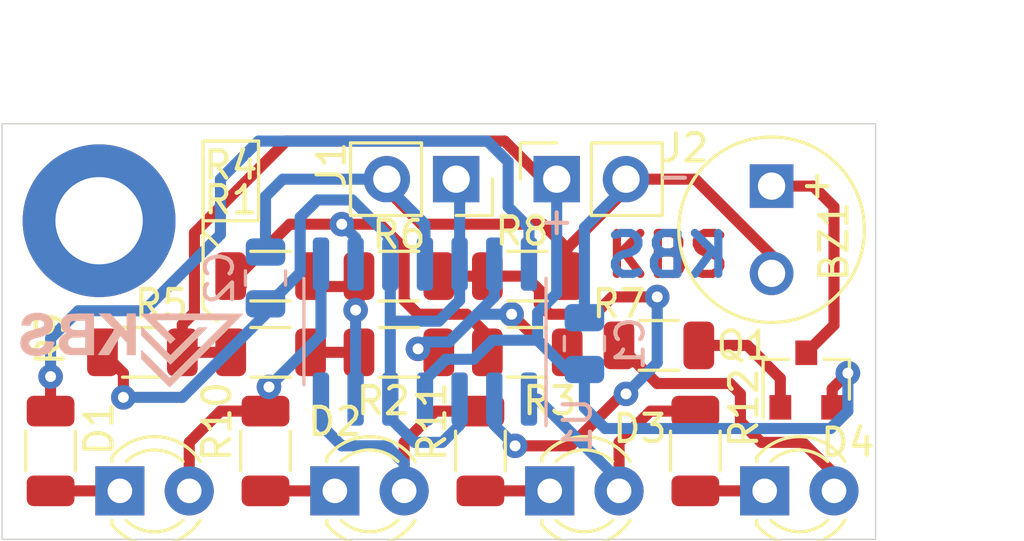
<source format=kicad_pcb>
(kicad_pcb (version 20171130) (host pcbnew 5.1.10-1.fc32)

  (general
    (thickness 1.6)
    (drawings 40)
    (tracks 182)
    (zones 0)
    (modules 25)
    (nets 20)
  )

  (page A4)
  (layers
    (0 F.Cu signal hide)
    (31 B.Cu signal hide)
    (32 B.Adhes user hide)
    (33 F.Adhes user hide)
    (34 B.Paste user hide)
    (35 F.Paste user hide)
    (36 B.SilkS user)
    (37 F.SilkS user)
    (38 B.Mask user hide)
    (39 F.Mask user)
    (40 Dwgs.User user)
    (41 Cmts.User user)
    (42 Eco1.User user)
    (43 Eco2.User user)
    (44 Edge.Cuts user)
    (45 Margin user)
    (46 B.CrtYd user hide)
    (47 F.CrtYd user hide)
    (48 B.Fab user hide)
    (49 F.Fab user)
  )

  (setup
    (last_trace_width 0.25)
    (user_trace_width 0.3048)
    (user_trace_width 0.4064)
    (trace_clearance 0.2)
    (zone_clearance 0.508)
    (zone_45_only no)
    (trace_min 0.2)
    (via_size 0.8)
    (via_drill 0.4)
    (via_min_size 0.4)
    (via_min_drill 0.3)
    (user_via 0.9 0.4)
    (uvia_size 0.3)
    (uvia_drill 0.1)
    (uvias_allowed no)
    (uvia_min_size 0.2)
    (uvia_min_drill 0.1)
    (edge_width 0.05)
    (segment_width 0.2)
    (pcb_text_width 0.3)
    (pcb_text_size 1.5 1.5)
    (mod_edge_width 0.12)
    (mod_text_size 1 1)
    (mod_text_width 0.15)
    (pad_size 1.524 1.524)
    (pad_drill 0.762)
    (pad_to_mask_clearance 0)
    (aux_axis_origin 0 0)
    (visible_elements FFFFFF7F)
    (pcbplotparams
      (layerselection 0x010fc_ffffffff)
      (usegerberextensions false)
      (usegerberattributes true)
      (usegerberadvancedattributes true)
      (creategerberjobfile true)
      (excludeedgelayer true)
      (linewidth 0.100000)
      (plotframeref false)
      (viasonmask false)
      (mode 1)
      (useauxorigin false)
      (hpglpennumber 1)
      (hpglpenspeed 20)
      (hpglpendiameter 15.000000)
      (psnegative false)
      (psa4output false)
      (plotreference true)
      (plotvalue true)
      (plotinvisibletext false)
      (padsonsilk false)
      (subtractmaskfromsilk false)
      (outputformat 1)
      (mirror false)
      (drillshape 1)
      (scaleselection 1)
      (outputdirectory ""))
  )

  (net 0 "")
  (net 1 "Net-(BZ1-Pad1)")
  (net 2 GND)
  (net 3 +5V)
  (net 4 "Net-(C2-Pad2)")
  (net 5 "Net-(D1-Pad2)")
  (net 6 "Net-(D1-Pad1)")
  (net 7 "Net-(D2-Pad1)")
  (net 8 "Net-(D2-Pad2)")
  (net 9 "Net-(D3-Pad1)")
  (net 10 "Net-(D3-Pad2)")
  (net 11 "Net-(D4-Pad2)")
  (net 12 "Net-(D4-Pad1)")
  (net 13 "Net-(Q1-Pad1)")
  (net 14 "Net-(R1-Pad2)")
  (net 15 "Net-(R2-Pad2)")
  (net 16 "Net-(R3-Pad2)")
  (net 17 "Net-(R4-Pad2)")
  (net 18 "Net-(R6-Pad2)")
  (net 19 "Net-(R9-Pad2)")

  (net_class Default "This is the default net class."
    (clearance 0.2)
    (trace_width 0.25)
    (via_dia 0.8)
    (via_drill 0.4)
    (uvia_dia 0.3)
    (uvia_drill 0.1)
    (add_net +5V)
    (add_net GND)
    (add_net "Net-(BZ1-Pad1)")
    (add_net "Net-(C2-Pad2)")
    (add_net "Net-(D1-Pad1)")
    (add_net "Net-(D1-Pad2)")
    (add_net "Net-(D2-Pad1)")
    (add_net "Net-(D2-Pad2)")
    (add_net "Net-(D3-Pad1)")
    (add_net "Net-(D3-Pad2)")
    (add_net "Net-(D4-Pad1)")
    (add_net "Net-(D4-Pad2)")
    (add_net "Net-(Q1-Pad1)")
    (add_net "Net-(R1-Pad2)")
    (add_net "Net-(R2-Pad2)")
    (add_net "Net-(R3-Pad2)")
    (add_net "Net-(R4-Pad2)")
    (add_net "Net-(R6-Pad2)")
    (add_net "Net-(R9-Pad2)")
  )

  (module libs:KBS (layer B.Cu) (tedit 5A933DFA) (tstamp 60FA3E2E)
    (at 60.071 48.895 180)
    (fp_text reference G*** (at 0 0) (layer B.SilkS) hide
      (effects (font (size 1.524 1.524) (thickness 0.3)) (justify mirror))
    )
    (fp_text value LOGO (at 1.27 0) (layer B.SilkS) hide
      (effects (font (size 1.524 1.524) (thickness 0.3)) (justify mirror))
    )
    (fp_poly (pts (xy 1.82927 1.292168) (xy 1.928016 1.291452) (xy 2.010891 1.29004) (xy 2.079898 1.287754)
      (xy 2.137042 1.284416) (xy 2.184327 1.279849) (xy 2.223757 1.273873) (xy 2.257336 1.266311)
      (xy 2.287069 1.256984) (xy 2.314959 1.245714) (xy 2.333182 1.237198) (xy 2.395009 1.200628)
      (xy 2.444336 1.1557) (xy 2.485356 1.098033) (xy 2.508358 1.054167) (xy 2.524684 1.016717)
      (xy 2.533928 0.984723) (xy 2.537957 0.949316) (xy 2.538674 0.910019) (xy 2.535786 0.851541)
      (xy 2.526454 0.803294) (xy 2.51634 0.773416) (xy 2.494462 0.730256) (xy 2.46345 0.685224)
      (xy 2.427975 0.644013) (xy 2.392706 0.612313) (xy 2.374676 0.600779) (xy 2.35508 0.588631)
      (xy 2.346346 0.579226) (xy 2.346315 0.578825) (xy 2.354788 0.571403) (xy 2.376649 0.559354)
      (xy 2.402086 0.547545) (xy 2.471386 0.507406) (xy 2.527801 0.45403) (xy 2.570673 0.389858)
      (xy 2.599345 0.317333) (xy 2.613158 0.238896) (xy 2.611453 0.15699) (xy 2.593573 0.074057)
      (xy 2.558859 -0.007462) (xy 2.55404 -0.016142) (xy 2.512763 -0.073651) (xy 2.459466 -0.125932)
      (xy 2.401229 -0.166172) (xy 2.394355 -0.169812) (xy 2.371293 -0.181318) (xy 2.349668 -0.190979)
      (xy 2.327531 -0.198975) (xy 2.30293 -0.205489) (xy 2.273916 -0.210703) (xy 2.238538 -0.214799)
      (xy 2.194846 -0.217957) (xy 2.140889 -0.220361) (xy 2.074718 -0.222192) (xy 1.99438 -0.223632)
      (xy 1.897927 -0.224862) (xy 1.791918 -0.225979) (xy 1.332133 -0.230619) (xy 1.332133 0.029824)
      (xy 1.650255 0.029824) (xy 1.876419 0.029879) (xy 1.951005 0.030392) (xy 2.017596 0.031814)
      (xy 2.073309 0.034027) (xy 2.11526 0.036912) (xy 2.140563 0.040351) (xy 2.142349 0.040797)
      (xy 2.196639 0.06435) (xy 2.238001 0.099676) (xy 2.266364 0.143544) (xy 2.281655 0.192718)
      (xy 2.283803 0.243968) (xy 2.272737 0.29406) (xy 2.248383 0.339761) (xy 2.210671 0.377838)
      (xy 2.159528 0.405058) (xy 2.150508 0.408062) (xy 2.128337 0.411976) (xy 2.089157 0.415745)
      (xy 2.035843 0.419191) (xy 1.971269 0.422136) (xy 1.89831 0.424401) (xy 1.88139 0.424791)
      (xy 1.650255 0.429787) (xy 1.650255 0.029824) (xy 1.332133 0.029824) (xy 1.332133 0.685949)
      (xy 1.650255 0.685949) (xy 1.843621 0.685949) (xy 1.90753 0.686515) (xy 1.96814 0.688088)
      (xy 2.021277 0.690482) (xy 2.062764 0.693509) (xy 2.087966 0.696882) (xy 2.139495 0.715898)
      (xy 2.182902 0.747199) (xy 2.212982 0.786811) (xy 2.21691 0.795308) (xy 2.224803 0.831367)
      (xy 2.224883 0.875651) (xy 2.217978 0.919759) (xy 2.204913 0.955289) (xy 2.200503 0.962232)
      (xy 2.178671 0.984201) (xy 2.149153 1.004974) (xy 2.141707 1.009041) (xy 2.127194 1.015559)
      (xy 2.110689 1.020574) (xy 2.089339 1.024332) (xy 2.060291 1.027083) (xy 2.020694 1.029073)
      (xy 1.967696 1.030551) (xy 1.898443 1.031764) (xy 1.876419 1.032081) (xy 1.650255 1.035238)
      (xy 1.650255 0.685949) (xy 1.332133 0.685949) (xy 1.332133 1.292368) (xy 1.712649 1.292368)
      (xy 1.82927 1.292168)) (layer B.SilkS) (width 0.01))
    (fp_poly (pts (xy 0.131587 0.96778) (xy 0.134208 0.643193) (xy 0.431464 0.96778) (xy 0.728719 1.292368)
      (xy 1.15555 1.292368) (xy 0.933177 1.063056) (xy 0.875538 1.003493) (xy 0.81935 0.945194)
      (xy 0.766925 0.890577) (xy 0.720576 0.842057) (xy 0.682615 0.802053) (xy 0.655354 0.77298)
      (xy 0.648429 0.765462) (xy 0.586055 0.69718) (xy 0.884478 0.23675) (xy 1.182902 -0.223679)
      (xy 0.98167 -0.226378) (xy 0.912708 -0.227145) (xy 0.860964 -0.227227) (xy 0.82378 -0.22645)
      (xy 0.798498 -0.224641) (xy 0.782461 -0.221629) (xy 0.77301 -0.217241) (xy 0.768328 -0.212516)
      (xy 0.760766 -0.200473) (xy 0.744368 -0.173198) (xy 0.720291 -0.13265) (xy 0.689688 -0.080787)
      (xy 0.653716 -0.019567) (xy 0.613528 0.049051) (xy 0.570279 0.123108) (xy 0.559538 0.141534)
      (xy 0.362858 0.479022) (xy 0.246047 0.356434) (xy 0.129237 0.233847) (xy 0.129237 -0.22865)
      (xy -0.198825 -0.22865) (xy -0.198825 1.292368) (xy 0.128966 1.292368) (xy 0.131587 0.96778)) (layer B.SilkS) (width 0.01))
    (fp_poly (pts (xy 3.518054 1.315402) (xy 3.627036 1.295313) (xy 3.722583 1.261908) (xy 3.8042 1.215519)
      (xy 3.87139 1.156475) (xy 3.923656 1.085108) (xy 3.960502 1.001748) (xy 3.977155 0.934767)
      (xy 3.982736 0.899875) (xy 3.985735 0.873451) (xy 3.985566 0.86078) (xy 3.985374 0.860494)
      (xy 3.974475 0.858846) (xy 3.947168 0.857081) (xy 3.906926 0.855361) (xy 3.857221 0.853843)
      (xy 3.824167 0.853093) (xy 3.667247 0.84998) (xy 3.650208 0.899895) (xy 3.625081 0.957594)
      (xy 3.593142 0.999787) (xy 3.551143 1.030527) (xy 3.541516 1.035526) (xy 3.515574 1.046756)
      (xy 3.489316 1.053737) (xy 3.456844 1.057402) (xy 3.41226 1.058686) (xy 3.394952 1.058747)
      (xy 3.347274 1.058205) (xy 3.313156 1.055791) (xy 3.286285 1.050321) (xy 3.26035 1.040611)
      (xy 3.235891 1.028923) (xy 3.186587 0.997711) (xy 3.1565 0.962651) (xy 3.145213 0.923032)
      (xy 3.150593 0.883514) (xy 3.159761 0.860285) (xy 3.173634 0.839713) (xy 3.194108 0.820907)
      (xy 3.223077 0.802976) (xy 3.262438 0.785027) (xy 3.314084 0.766168) (xy 3.379912 0.745507)
      (xy 3.461816 0.722152) (xy 3.536381 0.701946) (xy 3.639639 0.672041) (xy 3.725504 0.641669)
      (xy 3.796447 0.609508) (xy 3.854938 0.574233) (xy 3.903448 0.53452) (xy 3.944448 0.489045)
      (xy 3.951844 0.479304) (xy 3.989783 0.414815) (xy 4.013766 0.341692) (xy 4.024481 0.25725)
      (xy 4.024656 0.194968) (xy 4.022302 0.146329) (xy 4.018447 0.11076) (xy 4.011521 0.081446)
      (xy 3.999951 0.051576) (xy 3.983755 0.017539) (xy 3.933247 -0.062999) (xy 3.868184 -0.130235)
      (xy 3.789234 -0.183653) (xy 3.697064 -0.22274) (xy 3.656644 -0.234246) (xy 3.609714 -0.242681)
      (xy 3.5487 -0.24898) (xy 3.479296 -0.253005) (xy 3.407199 -0.254618) (xy 3.338105 -0.253681)
      (xy 3.277712 -0.250056) (xy 3.235891 -0.244456) (xy 3.130348 -0.216363) (xy 3.03984 -0.175696)
      (xy 2.963532 -0.121857) (xy 2.900587 -0.054246) (xy 2.850171 0.027735) (xy 2.847207 0.033783)
      (xy 2.832858 0.067394) (xy 2.818363 0.107837) (xy 2.804985 0.150595) (xy 2.793984 0.191147)
      (xy 2.786623 0.224975) (xy 2.784164 0.24756) (xy 2.785714 0.253998) (xy 2.797466 0.257172)
      (xy 2.824763 0.261324) (xy 2.863317 0.266047) (xy 2.908841 0.270931) (xy 2.957046 0.27557)
      (xy 3.003642 0.279556) (xy 3.044343 0.28248) (xy 3.074859 0.283935) (xy 3.090902 0.283513)
      (xy 3.09205 0.283137) (xy 3.100971 0.268923) (xy 3.101683 0.26323) (xy 3.107153 0.234459)
      (xy 3.121502 0.196261) (xy 3.141641 0.155088) (xy 3.16448 0.117389) (xy 3.182784 0.09389)
      (xy 3.225755 0.054942) (xy 3.273364 0.028307) (xy 3.329793 0.012457) (xy 3.399224 0.005865)
      (xy 3.424775 0.005461) (xy 3.501409 0.009674) (xy 3.563327 0.023169) (xy 3.613898 0.046964)
      (xy 3.646813 0.07256) (xy 3.681292 0.115597) (xy 3.701154 0.164063) (xy 3.706451 0.21398)
      (xy 3.697235 0.261367) (xy 3.673559 0.302246) (xy 3.64343 0.328095) (xy 3.599135 0.350263)
      (xy 3.536122 0.373502) (xy 3.453964 0.39796) (xy 3.394952 0.413369) (xy 3.284422 0.443242)
      (xy 3.189084 0.473635) (xy 3.110793 0.503926) (xy 3.077715 0.519292) (xy 3.002876 0.566668)
      (xy 2.940229 0.626536) (xy 2.891225 0.696183) (xy 2.857317 0.772895) (xy 2.839956 0.853958)
      (xy 2.840595 0.936657) (xy 2.843652 0.956802) (xy 2.868757 1.04427) (xy 2.909954 1.120568)
      (xy 2.96661 1.185277) (xy 3.038089 1.237981) (xy 3.12376 1.278258) (xy 3.222987 1.305692)
      (xy 3.335138 1.319863) (xy 3.396135 1.321845) (xy 3.518054 1.315402)) (layer B.SilkS) (width 0.01))
    (fp_poly (pts (xy -0.40262 0.815728) (xy -0.40051 0.789699) (xy -0.398886 0.750291) (xy -0.397894 0.700756)
      (xy -0.397651 0.658576) (xy -0.397651 0.492025) (xy -0.93203 -0.042285) (xy -1.017435 -0.127615)
      (xy -1.098751 -0.208737) (xy -1.174888 -0.284569) (xy -1.244755 -0.354031) (xy -1.30726 -0.416042)
      (xy -1.361311 -0.46952) (xy -1.405818 -0.513384) (xy -1.43969 -0.546554) (xy -1.461835 -0.567948)
      (xy -1.471162 -0.576486) (xy -1.471372 -0.576595) (xy -1.478955 -0.56972) (xy -1.499614 -0.549736)
      (xy -1.532382 -0.517607) (xy -1.576287 -0.474294) (xy -1.63036 -0.420761) (xy -1.693632 -0.35797)
      (xy -1.765132 -0.286884) (xy -1.843892 -0.208466) (xy -1.928941 -0.123678) (xy -2.01931 -0.033483)
      (xy -2.114029 0.061156) (xy -2.149831 0.096955) (xy -2.245877 0.193084) (xy -2.337831 0.285266)
      (xy -2.424731 0.372527) (xy -2.505613 0.453894) (xy -2.579515 0.528393) (xy -2.645473 0.595049)
      (xy -2.702524 0.652888) (xy -2.749704 0.700937) (xy -2.786051 0.738223) (xy -2.810601 0.76377)
      (xy -2.822391 0.776605) (xy -2.823326 0.777933) (xy -2.813928 0.780388) (xy -2.787899 0.782501)
      (xy -2.748494 0.784126) (xy -2.698963 0.785119) (xy -2.656846 0.785362) (xy -2.490365 0.785362)
      (xy -1.471309 -0.23355) (xy -0.941902 0.295789) (xy -0.85685 0.380734) (xy -0.775832 0.461463)
      (xy -0.69995 0.536889) (xy -0.630308 0.605925) (xy -0.568007 0.667485) (xy -0.514149 0.720481)
      (xy -0.469838 0.763826) (xy -0.436175 0.796433) (xy -0.414263 0.817216) (xy -0.405203 0.825087)
      (xy -0.405073 0.825127) (xy -0.40262 0.815728)) (layer B.SilkS) (width 0.01))
    (fp_poly (pts (xy -2.064959 1.292329) (xy -1.878631 1.292214) (xy -1.698659 1.292028) (xy -1.526008 1.291775)
      (xy -1.361649 1.291457) (xy -1.206549 1.29108) (xy -1.061676 1.290646) (xy -0.927998 1.290161)
      (xy -0.806483 1.289627) (xy -0.6981 1.289048) (xy -0.603816 1.288429) (xy -0.5246 1.287773)
      (xy -0.46142 1.287084) (xy -0.415244 1.286365) (xy -0.38704 1.285622) (xy -0.377769 1.284878)
      (xy -0.384631 1.276833) (xy -0.404505 1.255836) (xy -0.436321 1.22297) (xy -0.479009 1.179321)
      (xy -0.5315 1.125971) (xy -0.592724 1.064006) (xy -0.66161 0.99451) (xy -0.73709 0.918567)
      (xy -0.818093 0.837261) (xy -0.90355 0.751677) (xy -0.924453 0.730772) (xy -1.471137 0.184155)
      (xy -1.650409 0.362597) (xy -0.959441 1.053777) (xy -3.563941 1.053777) (xy -1.441517 -1.068647)
      (xy -0.927005 -0.554206) (xy -0.843179 -0.470491) (xy -0.763398 -0.391007) (xy -0.688781 -0.316858)
      (xy -0.620446 -0.249146) (xy -0.559513 -0.188973) (xy -0.5071 -0.137443) (xy -0.464325 -0.095657)
      (xy -0.432308 -0.06472) (xy -0.412167 -0.045732) (xy -0.405072 -0.039765) (xy -0.40262 -0.049164)
      (xy -0.40051 -0.075193) (xy -0.398886 -0.114601) (xy -0.397894 -0.164136) (xy -0.397651 -0.206318)
      (xy -0.397651 -0.37287) (xy -0.917119 -0.892267) (xy -1.0013 -0.976371) (xy -1.081381 -1.056252)
      (xy -1.156254 -1.130813) (xy -1.224812 -1.198956) (xy -1.285947 -1.259587) (xy -1.338554 -1.311607)
      (xy -1.381525 -1.353921) (xy -1.413752 -1.385433) (xy -1.434129 -1.405045) (xy -1.441536 -1.411664)
      (xy -1.448957 -1.404745) (xy -1.469748 -1.384442) (xy -1.503225 -1.351435) (xy -1.548705 -1.306407)
      (xy -1.605505 -1.250037) (xy -1.672941 -1.183006) (xy -1.75033 -1.105997) (xy -1.836988 -1.019688)
      (xy -1.932232 -0.924762) (xy -2.035379 -0.821899) (xy -2.145744 -0.71178) (xy -2.262646 -0.595086)
      (xy -2.3854 -0.472498) (xy -2.513323 -0.344697) (xy -2.645731 -0.212364) (xy -2.781942 -0.076179)
      (xy -2.791031 -0.06709) (xy -2.927456 0.069376) (xy -3.060075 0.20211) (xy -3.188204 0.330425)
      (xy -3.311165 0.453637) (xy -3.428275 0.571061) (xy -3.538853 0.682013) (xy -3.642218 0.785807)
      (xy -3.73769 0.881758) (xy -3.824586 0.969182) (xy -3.902226 1.047393) (xy -3.96993 1.115707)
      (xy -4.027014 1.173439) (xy -4.0728 1.219904) (xy -4.106604 1.254417) (xy -4.127748 1.276293)
      (xy -4.135548 1.284847) (xy -4.135577 1.284925) (xy -4.125797 1.285685) (xy -4.097103 1.286423)
      (xy -4.050462 1.287136) (xy -3.986843 1.28782) (xy -3.907214 1.288471) (xy -3.812543 1.289085)
      (xy -3.703798 1.289659) (xy -3.581948 1.290188) (xy -3.447959 1.29067) (xy -3.302802 1.291099)
      (xy -3.147443 1.291472) (xy -2.982851 1.291786) (xy -2.809993 1.292036) (xy -2.629839 1.292219)
      (xy -2.443356 1.292331) (xy -2.256673 1.292368) (xy -2.064959 1.292329)) (layer B.SilkS) (width 0.01))
  )

  (module MountingHole:MountingHole_3.2mm_M3_DIN965_Pad (layer F.Cu) (tedit 56D1B4CB) (tstamp 60FA294A)
    (at 58.928 44.196)
    (descr "Mounting Hole 3.2mm, M3, DIN965")
    (tags "mounting hole 3.2mm m3 din965")
    (attr virtual)
    (fp_text reference REF** (at 0 -3.8) (layer F.SilkS) hide
      (effects (font (size 1 1) (thickness 0.15)))
    )
    (fp_text value MountingHole_3.2mm_M3_DIN965_Pad (at 0 3.8) (layer F.Fab)
      (effects (font (size 1 1) (thickness 0.15)))
    )
    (fp_circle (center 0 0) (end 3.05 0) (layer F.CrtYd) (width 0.05))
    (fp_circle (center 0 0) (end 2.8 0) (layer Cmts.User) (width 0.15))
    (fp_text user %R (at 0.3 0) (layer F.Fab)
      (effects (font (size 1 1) (thickness 0.15)))
    )
    (pad 1 thru_hole circle (at 0 0) (size 5.6 5.6) (drill 3.2) (layers *.Cu *.Mask))
  )

  (module Capacitor_SMD:C_0805_2012Metric (layer B.Cu) (tedit 5F68FEEE) (tstamp 60FA0A35)
    (at 76.708 48.702 90)
    (descr "Capacitor SMD 0805 (2012 Metric), square (rectangular) end terminal, IPC_7351 nominal, (Body size source: IPC-SM-782 page 76, https://www.pcb-3d.com/wordpress/wp-content/uploads/ipc-sm-782a_amendment_1_and_2.pdf, https://docs.google.com/spreadsheets/d/1BsfQQcO9C6DZCsRaXUlFlo91Tg2WpOkGARC1WS5S8t0/edit?usp=sharing), generated with kicad-footprint-generator")
    (tags capacitor)
    (path /61060891)
    (attr smd)
    (fp_text reference C1 (at 0 1.68 90) (layer B.SilkS)
      (effects (font (size 1 1) (thickness 0.15)) (justify mirror))
    )
    (fp_text value 1u (at 0 -1.68 90) (layer B.Fab)
      (effects (font (size 1 1) (thickness 0.15)) (justify mirror))
    )
    (fp_line (start -1 -0.625) (end -1 0.625) (layer B.Fab) (width 0.1))
    (fp_line (start -1 0.625) (end 1 0.625) (layer B.Fab) (width 0.1))
    (fp_line (start 1 0.625) (end 1 -0.625) (layer B.Fab) (width 0.1))
    (fp_line (start 1 -0.625) (end -1 -0.625) (layer B.Fab) (width 0.1))
    (fp_line (start -0.261252 0.735) (end 0.261252 0.735) (layer B.SilkS) (width 0.12))
    (fp_line (start -0.261252 -0.735) (end 0.261252 -0.735) (layer B.SilkS) (width 0.12))
    (fp_line (start -1.7 -0.98) (end -1.7 0.98) (layer B.CrtYd) (width 0.05))
    (fp_line (start -1.7 0.98) (end 1.7 0.98) (layer B.CrtYd) (width 0.05))
    (fp_line (start 1.7 0.98) (end 1.7 -0.98) (layer B.CrtYd) (width 0.05))
    (fp_line (start 1.7 -0.98) (end -1.7 -0.98) (layer B.CrtYd) (width 0.05))
    (fp_text user %R (at 0 0 90) (layer B.Fab)
      (effects (font (size 0.5 0.5) (thickness 0.08)) (justify mirror))
    )
    (pad 2 smd roundrect (at 0.95 0 90) (size 1 1.45) (layers B.Cu B.Paste B.Mask) (roundrect_rratio 0.25)
      (net 2 GND))
    (pad 1 smd roundrect (at -0.95 0 90) (size 1 1.45) (layers B.Cu B.Paste B.Mask) (roundrect_rratio 0.25)
      (net 3 +5V))
    (model ${KISYS3DMOD}/Capacitor_SMD.3dshapes/C_0805_2012Metric.wrl
      (at (xyz 0 0 0))
      (scale (xyz 1 1 1))
      (rotate (xyz 0 0 0))
    )
  )

  (module Capacitor_SMD:C_0805_2012Metric (layer B.Cu) (tedit 5F68FEEE) (tstamp 60FA0A46)
    (at 65.024 46.294 270)
    (descr "Capacitor SMD 0805 (2012 Metric), square (rectangular) end terminal, IPC_7351 nominal, (Body size source: IPC-SM-782 page 76, https://www.pcb-3d.com/wordpress/wp-content/uploads/ipc-sm-782a_amendment_1_and_2.pdf, https://docs.google.com/spreadsheets/d/1BsfQQcO9C6DZCsRaXUlFlo91Tg2WpOkGARC1WS5S8t0/edit?usp=sharing), generated with kicad-footprint-generator")
    (tags capacitor)
    (path /6103BF2C)
    (attr smd)
    (fp_text reference C2 (at 0 1.68 90) (layer B.SilkS)
      (effects (font (size 1 1) (thickness 0.15)) (justify mirror))
    )
    (fp_text value 100n (at 0 -1.68 90) (layer B.Fab)
      (effects (font (size 1 1) (thickness 0.15)) (justify mirror))
    )
    (fp_line (start 1.7 -0.98) (end -1.7 -0.98) (layer B.CrtYd) (width 0.05))
    (fp_line (start 1.7 0.98) (end 1.7 -0.98) (layer B.CrtYd) (width 0.05))
    (fp_line (start -1.7 0.98) (end 1.7 0.98) (layer B.CrtYd) (width 0.05))
    (fp_line (start -1.7 -0.98) (end -1.7 0.98) (layer B.CrtYd) (width 0.05))
    (fp_line (start -0.261252 -0.735) (end 0.261252 -0.735) (layer B.SilkS) (width 0.12))
    (fp_line (start -0.261252 0.735) (end 0.261252 0.735) (layer B.SilkS) (width 0.12))
    (fp_line (start 1 -0.625) (end -1 -0.625) (layer B.Fab) (width 0.1))
    (fp_line (start 1 0.625) (end 1 -0.625) (layer B.Fab) (width 0.1))
    (fp_line (start -1 0.625) (end 1 0.625) (layer B.Fab) (width 0.1))
    (fp_line (start -1 -0.625) (end -1 0.625) (layer B.Fab) (width 0.1))
    (fp_text user %R (at 0 0 90) (layer B.Fab)
      (effects (font (size 0.5 0.5) (thickness 0.08)) (justify mirror))
    )
    (pad 1 smd roundrect (at -0.95 0 270) (size 1 1.45) (layers B.Cu B.Paste B.Mask) (roundrect_rratio 0.25)
      (net 2 GND))
    (pad 2 smd roundrect (at 0.95 0 270) (size 1 1.45) (layers B.Cu B.Paste B.Mask) (roundrect_rratio 0.25)
      (net 4 "Net-(C2-Pad2)"))
    (model ${KISYS3DMOD}/Capacitor_SMD.3dshapes/C_0805_2012Metric.wrl
      (at (xyz 0 0 0))
      (scale (xyz 1 1 1))
      (rotate (xyz 0 0 0))
    )
  )

  (module LED_THT:LED_D3.0mm (layer F.Cu) (tedit 587A3A7B) (tstamp 60FA0A59)
    (at 59.69 54.102)
    (descr "LED, diameter 3.0mm, 2 pins")
    (tags "LED diameter 3.0mm 2 pins")
    (path /6101DA3E)
    (fp_text reference D1 (at -0.762 -2.286 90) (layer F.SilkS)
      (effects (font (size 1 1) (thickness 0.15)))
    )
    (fp_text value LED (at 1.27 2.96) (layer F.Fab)
      (effects (font (size 1 1) (thickness 0.15)))
    )
    (fp_circle (center 1.27 0) (end 2.77 0) (layer F.Fab) (width 0.1))
    (fp_line (start -0.23 -1.16619) (end -0.23 1.16619) (layer F.Fab) (width 0.1))
    (fp_line (start -0.29 -1.236) (end -0.29 -1.08) (layer F.SilkS) (width 0.12))
    (fp_line (start -0.29 1.08) (end -0.29 1.236) (layer F.SilkS) (width 0.12))
    (fp_line (start -1.15 -2.25) (end -1.15 2.25) (layer F.CrtYd) (width 0.05))
    (fp_line (start -1.15 2.25) (end 3.7 2.25) (layer F.CrtYd) (width 0.05))
    (fp_line (start 3.7 2.25) (end 3.7 -2.25) (layer F.CrtYd) (width 0.05))
    (fp_line (start 3.7 -2.25) (end -1.15 -2.25) (layer F.CrtYd) (width 0.05))
    (fp_arc (start 1.27 0) (end 0.229039 1.08) (angle -87.9) (layer F.SilkS) (width 0.12))
    (fp_arc (start 1.27 0) (end 0.229039 -1.08) (angle 87.9) (layer F.SilkS) (width 0.12))
    (fp_arc (start 1.27 0) (end -0.29 1.235516) (angle -108.8) (layer F.SilkS) (width 0.12))
    (fp_arc (start 1.27 0) (end -0.29 -1.235516) (angle 108.8) (layer F.SilkS) (width 0.12))
    (fp_arc (start 1.27 0) (end -0.23 -1.16619) (angle 284.3) (layer F.Fab) (width 0.1))
    (pad 2 thru_hole circle (at 2.54 0) (size 1.8 1.8) (drill 0.9) (layers *.Cu *.Mask)
      (net 5 "Net-(D1-Pad2)"))
    (pad 1 thru_hole rect (at 0 0) (size 1.8 1.8) (drill 0.9) (layers *.Cu *.Mask)
      (net 6 "Net-(D1-Pad1)"))
    (model ${KISYS3DMOD}/LED_THT.3dshapes/LED_D3.0mm.wrl
      (at (xyz 0 0 0))
      (scale (xyz 1 1 1))
      (rotate (xyz 0 0 0))
    )
  )

  (module LED_THT:LED_D3.0mm (layer F.Cu) (tedit 587A3A7B) (tstamp 60FA0A6C)
    (at 67.564 54.102)
    (descr "LED, diameter 3.0mm, 2 pins")
    (tags "LED diameter 3.0mm 2 pins")
    (path /610201A0)
    (fp_text reference D2 (at 0 -2.54) (layer F.SilkS)
      (effects (font (size 1 1) (thickness 0.15)))
    )
    (fp_text value LED (at 1.27 2.96) (layer F.Fab)
      (effects (font (size 1 1) (thickness 0.15)))
    )
    (fp_line (start 3.7 -2.25) (end -1.15 -2.25) (layer F.CrtYd) (width 0.05))
    (fp_line (start 3.7 2.25) (end 3.7 -2.25) (layer F.CrtYd) (width 0.05))
    (fp_line (start -1.15 2.25) (end 3.7 2.25) (layer F.CrtYd) (width 0.05))
    (fp_line (start -1.15 -2.25) (end -1.15 2.25) (layer F.CrtYd) (width 0.05))
    (fp_line (start -0.29 1.08) (end -0.29 1.236) (layer F.SilkS) (width 0.12))
    (fp_line (start -0.29 -1.236) (end -0.29 -1.08) (layer F.SilkS) (width 0.12))
    (fp_line (start -0.23 -1.16619) (end -0.23 1.16619) (layer F.Fab) (width 0.1))
    (fp_circle (center 1.27 0) (end 2.77 0) (layer F.Fab) (width 0.1))
    (fp_arc (start 1.27 0) (end -0.23 -1.16619) (angle 284.3) (layer F.Fab) (width 0.1))
    (fp_arc (start 1.27 0) (end -0.29 -1.235516) (angle 108.8) (layer F.SilkS) (width 0.12))
    (fp_arc (start 1.27 0) (end -0.29 1.235516) (angle -108.8) (layer F.SilkS) (width 0.12))
    (fp_arc (start 1.27 0) (end 0.229039 -1.08) (angle 87.9) (layer F.SilkS) (width 0.12))
    (fp_arc (start 1.27 0) (end 0.229039 1.08) (angle -87.9) (layer F.SilkS) (width 0.12))
    (pad 1 thru_hole rect (at 0 0) (size 1.8 1.8) (drill 0.9) (layers *.Cu *.Mask)
      (net 7 "Net-(D2-Pad1)"))
    (pad 2 thru_hole circle (at 2.54 0) (size 1.8 1.8) (drill 0.9) (layers *.Cu *.Mask)
      (net 8 "Net-(D2-Pad2)"))
    (model ${KISYS3DMOD}/LED_THT.3dshapes/LED_D3.0mm.wrl
      (at (xyz 0 0 0))
      (scale (xyz 1 1 1))
      (rotate (xyz 0 0 0))
    )
  )

  (module LED_THT:LED_D3.0mm (layer F.Cu) (tedit 587A3A7B) (tstamp 60FA0A7F)
    (at 75.438 54.102)
    (descr "LED, diameter 3.0mm, 2 pins")
    (tags "LED diameter 3.0mm 2 pins")
    (path /610233CD)
    (fp_text reference D3 (at 3.302 -2.286) (layer F.SilkS)
      (effects (font (size 1 1) (thickness 0.15)))
    )
    (fp_text value LED (at 1.27 2.96) (layer F.Fab)
      (effects (font (size 1 1) (thickness 0.15)))
    )
    (fp_line (start 3.7 -2.25) (end -1.15 -2.25) (layer F.CrtYd) (width 0.05))
    (fp_line (start 3.7 2.25) (end 3.7 -2.25) (layer F.CrtYd) (width 0.05))
    (fp_line (start -1.15 2.25) (end 3.7 2.25) (layer F.CrtYd) (width 0.05))
    (fp_line (start -1.15 -2.25) (end -1.15 2.25) (layer F.CrtYd) (width 0.05))
    (fp_line (start -0.29 1.08) (end -0.29 1.236) (layer F.SilkS) (width 0.12))
    (fp_line (start -0.29 -1.236) (end -0.29 -1.08) (layer F.SilkS) (width 0.12))
    (fp_line (start -0.23 -1.16619) (end -0.23 1.16619) (layer F.Fab) (width 0.1))
    (fp_circle (center 1.27 0) (end 2.77 0) (layer F.Fab) (width 0.1))
    (fp_arc (start 1.27 0) (end -0.23 -1.16619) (angle 284.3) (layer F.Fab) (width 0.1))
    (fp_arc (start 1.27 0) (end -0.29 -1.235516) (angle 108.8) (layer F.SilkS) (width 0.12))
    (fp_arc (start 1.27 0) (end -0.29 1.235516) (angle -108.8) (layer F.SilkS) (width 0.12))
    (fp_arc (start 1.27 0) (end 0.229039 -1.08) (angle 87.9) (layer F.SilkS) (width 0.12))
    (fp_arc (start 1.27 0) (end 0.229039 1.08) (angle -87.9) (layer F.SilkS) (width 0.12))
    (pad 1 thru_hole rect (at 0 0) (size 1.8 1.8) (drill 0.9) (layers *.Cu *.Mask)
      (net 9 "Net-(D3-Pad1)"))
    (pad 2 thru_hole circle (at 2.54 0) (size 1.8 1.8) (drill 0.9) (layers *.Cu *.Mask)
      (net 10 "Net-(D3-Pad2)"))
    (model ${KISYS3DMOD}/LED_THT.3dshapes/LED_D3.0mm.wrl
      (at (xyz 0 0 0))
      (scale (xyz 1 1 1))
      (rotate (xyz 0 0 0))
    )
  )

  (module LED_THT:LED_D3.0mm (layer F.Cu) (tedit 587A3A7B) (tstamp 60FA1191)
    (at 83.312 54.102)
    (descr "LED, diameter 3.0mm, 2 pins")
    (tags "LED diameter 3.0mm 2 pins")
    (path /61023B55)
    (fp_text reference D4 (at 3.048 -1.778) (layer F.SilkS)
      (effects (font (size 1 1) (thickness 0.15)))
    )
    (fp_text value LED (at 1.27 2.96) (layer F.Fab)
      (effects (font (size 1 1) (thickness 0.15)))
    )
    (fp_circle (center 1.27 0) (end 2.77 0) (layer F.Fab) (width 0.1))
    (fp_line (start -0.23 -1.16619) (end -0.23 1.16619) (layer F.Fab) (width 0.1))
    (fp_line (start -0.29 -1.236) (end -0.29 -1.08) (layer F.SilkS) (width 0.12))
    (fp_line (start -0.29 1.08) (end -0.29 1.236) (layer F.SilkS) (width 0.12))
    (fp_line (start -1.15 -2.25) (end -1.15 2.25) (layer F.CrtYd) (width 0.05))
    (fp_line (start -1.15 2.25) (end 3.7 2.25) (layer F.CrtYd) (width 0.05))
    (fp_line (start 3.7 2.25) (end 3.7 -2.25) (layer F.CrtYd) (width 0.05))
    (fp_line (start 3.7 -2.25) (end -1.15 -2.25) (layer F.CrtYd) (width 0.05))
    (fp_arc (start 1.27 0) (end 0.229039 1.08) (angle -87.9) (layer F.SilkS) (width 0.12))
    (fp_arc (start 1.27 0) (end 0.229039 -1.08) (angle 87.9) (layer F.SilkS) (width 0.12))
    (fp_arc (start 1.27 0) (end -0.29 1.235516) (angle -108.8) (layer F.SilkS) (width 0.12))
    (fp_arc (start 1.27 0) (end -0.29 -1.235516) (angle 108.8) (layer F.SilkS) (width 0.12))
    (fp_arc (start 1.27 0) (end -0.23 -1.16619) (angle 284.3) (layer F.Fab) (width 0.1))
    (pad 2 thru_hole circle (at 2.54 0) (size 1.8 1.8) (drill 0.9) (layers *.Cu *.Mask)
      (net 11 "Net-(D4-Pad2)"))
    (pad 1 thru_hole rect (at 0 0) (size 1.8 1.8) (drill 0.9) (layers *.Cu *.Mask)
      (net 12 "Net-(D4-Pad1)"))
    (model ${KISYS3DMOD}/LED_THT.3dshapes/LED_D3.0mm.wrl
      (at (xyz 0 0 0))
      (scale (xyz 1 1 1))
      (rotate (xyz 0 0 0))
    )
  )

  (module Connector_PinSocket_2.54mm:PinSocket_1x02_P2.54mm_Vertical (layer F.Cu) (tedit 5A19A420) (tstamp 60FA0AA8)
    (at 72.009 42.672 270)
    (descr "Through hole straight socket strip, 1x02, 2.54mm pitch, single row (from Kicad 4.0.7), script generated")
    (tags "Through hole socket strip THT 1x02 2.54mm single row")
    (path /610385D4)
    (fp_text reference J1 (at -0.508 4.572 90) (layer F.SilkS)
      (effects (font (size 1 1) (thickness 0.15)))
    )
    (fp_text value NTC100k (at 0 5.31 90) (layer F.Fab)
      (effects (font (size 1 1) (thickness 0.15)))
    )
    (fp_line (start -1.8 4.3) (end -1.8 -1.8) (layer F.CrtYd) (width 0.05))
    (fp_line (start 1.75 4.3) (end -1.8 4.3) (layer F.CrtYd) (width 0.05))
    (fp_line (start 1.75 -1.8) (end 1.75 4.3) (layer F.CrtYd) (width 0.05))
    (fp_line (start -1.8 -1.8) (end 1.75 -1.8) (layer F.CrtYd) (width 0.05))
    (fp_line (start 0 -1.33) (end 1.33 -1.33) (layer F.SilkS) (width 0.12))
    (fp_line (start 1.33 -1.33) (end 1.33 0) (layer F.SilkS) (width 0.12))
    (fp_line (start 1.33 1.27) (end 1.33 3.87) (layer F.SilkS) (width 0.12))
    (fp_line (start -1.33 3.87) (end 1.33 3.87) (layer F.SilkS) (width 0.12))
    (fp_line (start -1.33 1.27) (end -1.33 3.87) (layer F.SilkS) (width 0.12))
    (fp_line (start -1.33 1.27) (end 1.33 1.27) (layer F.SilkS) (width 0.12))
    (fp_line (start -1.27 3.81) (end -1.27 -1.27) (layer F.Fab) (width 0.1))
    (fp_line (start 1.27 3.81) (end -1.27 3.81) (layer F.Fab) (width 0.1))
    (fp_line (start 1.27 -0.635) (end 1.27 3.81) (layer F.Fab) (width 0.1))
    (fp_line (start 0.635 -1.27) (end 1.27 -0.635) (layer F.Fab) (width 0.1))
    (fp_line (start -1.27 -1.27) (end 0.635 -1.27) (layer F.Fab) (width 0.1))
    (fp_text user %R (at 0 1.27) (layer F.Fab)
      (effects (font (size 1 1) (thickness 0.15)))
    )
    (pad 1 thru_hole rect (at 0 0 270) (size 1.7 1.7) (drill 1) (layers *.Cu *.Mask)
      (net 4 "Net-(C2-Pad2)"))
    (pad 2 thru_hole oval (at 0 2.54 270) (size 1.7 1.7) (drill 1) (layers *.Cu *.Mask)
      (net 2 GND))
    (model ${KISYS3DMOD}/Connector_PinSocket_2.54mm.3dshapes/PinSocket_1x02_P2.54mm_Vertical.wrl
      (at (xyz 0 0 0))
      (scale (xyz 1 1 1))
      (rotate (xyz 0 0 0))
    )
  )

  (module Package_TO_SOT_SMD:SOT-23 (layer F.Cu) (tedit 5A02FF57) (tstamp 60FA0ABD)
    (at 84.836 50.038 90)
    (descr "SOT-23, Standard")
    (tags SOT-23)
    (path /6107A6A5)
    (attr smd)
    (fp_text reference Q1 (at 1.27 -2.286 180) (layer F.SilkS)
      (effects (font (size 1 1) (thickness 0.15)))
    )
    (fp_text value MMBT3906 (at 0 2.5 90) (layer F.Fab)
      (effects (font (size 1 1) (thickness 0.15)))
    )
    (fp_line (start 0.76 1.58) (end -0.7 1.58) (layer F.SilkS) (width 0.12))
    (fp_line (start 0.76 -1.58) (end -1.4 -1.58) (layer F.SilkS) (width 0.12))
    (fp_line (start -1.7 1.75) (end -1.7 -1.75) (layer F.CrtYd) (width 0.05))
    (fp_line (start 1.7 1.75) (end -1.7 1.75) (layer F.CrtYd) (width 0.05))
    (fp_line (start 1.7 -1.75) (end 1.7 1.75) (layer F.CrtYd) (width 0.05))
    (fp_line (start -1.7 -1.75) (end 1.7 -1.75) (layer F.CrtYd) (width 0.05))
    (fp_line (start 0.76 -1.58) (end 0.76 -0.65) (layer F.SilkS) (width 0.12))
    (fp_line (start 0.76 1.58) (end 0.76 0.65) (layer F.SilkS) (width 0.12))
    (fp_line (start -0.7 1.52) (end 0.7 1.52) (layer F.Fab) (width 0.1))
    (fp_line (start 0.7 -1.52) (end 0.7 1.52) (layer F.Fab) (width 0.1))
    (fp_line (start -0.7 -0.95) (end -0.15 -1.52) (layer F.Fab) (width 0.1))
    (fp_line (start -0.15 -1.52) (end 0.7 -1.52) (layer F.Fab) (width 0.1))
    (fp_line (start -0.7 -0.95) (end -0.7 1.5) (layer F.Fab) (width 0.1))
    (fp_text user %R (at 0 0) (layer F.Fab)
      (effects (font (size 0.5 0.5) (thickness 0.075)))
    )
    (pad 1 smd rect (at -1 -0.95 90) (size 0.9 0.8) (layers F.Cu F.Paste F.Mask)
      (net 13 "Net-(Q1-Pad1)"))
    (pad 2 smd rect (at -1 0.95 90) (size 0.9 0.8) (layers F.Cu F.Paste F.Mask)
      (net 3 +5V))
    (pad 3 smd rect (at 1 0 90) (size 0.9 0.8) (layers F.Cu F.Paste F.Mask)
      (net 1 "Net-(BZ1-Pad1)"))
    (model ${KISYS3DMOD}/Package_TO_SOT_SMD.3dshapes/SOT-23.wrl
      (at (xyz 0 0 0))
      (scale (xyz 1 1 1))
      (rotate (xyz 0 0 0))
    )
  )

  (module Resistor_SMD:R_1206_3216Metric (layer F.Cu) (tedit 5F68FEEE) (tstamp 60FA0ACE)
    (at 65.2125 49.022)
    (descr "Resistor SMD 1206 (3216 Metric), square (rectangular) end terminal, IPC_7351 nominal, (Body size source: IPC-SM-782 page 72, https://www.pcb-3d.com/wordpress/wp-content/uploads/ipc-sm-782a_amendment_1_and_2.pdf), generated with kicad-footprint-generator")
    (tags resistor)
    (path /6105ABFC)
    (attr smd)
    (fp_text reference R1 (at -1.4585 -5.588) (layer F.SilkS)
      (effects (font (size 1 1) (thickness 0.15)))
    )
    (fp_text value 2k7 (at 0 1.82) (layer F.Fab)
      (effects (font (size 1 1) (thickness 0.15)))
    )
    (fp_line (start -1.6 0.8) (end -1.6 -0.8) (layer F.Fab) (width 0.1))
    (fp_line (start -1.6 -0.8) (end 1.6 -0.8) (layer F.Fab) (width 0.1))
    (fp_line (start 1.6 -0.8) (end 1.6 0.8) (layer F.Fab) (width 0.1))
    (fp_line (start 1.6 0.8) (end -1.6 0.8) (layer F.Fab) (width 0.1))
    (fp_line (start -0.727064 -0.91) (end 0.727064 -0.91) (layer F.SilkS) (width 0.12))
    (fp_line (start -0.727064 0.91) (end 0.727064 0.91) (layer F.SilkS) (width 0.12))
    (fp_line (start -2.28 1.12) (end -2.28 -1.12) (layer F.CrtYd) (width 0.05))
    (fp_line (start -2.28 -1.12) (end 2.28 -1.12) (layer F.CrtYd) (width 0.05))
    (fp_line (start 2.28 -1.12) (end 2.28 1.12) (layer F.CrtYd) (width 0.05))
    (fp_line (start 2.28 1.12) (end -2.28 1.12) (layer F.CrtYd) (width 0.05))
    (fp_text user %R (at 0 0) (layer F.Fab)
      (effects (font (size 0.8 0.8) (thickness 0.12)))
    )
    (pad 2 smd roundrect (at 1.4625 0) (size 1.125 1.75) (layers F.Cu F.Paste F.Mask) (roundrect_rratio 0.222222)
      (net 14 "Net-(R1-Pad2)"))
    (pad 1 smd roundrect (at -1.4625 0) (size 1.125 1.75) (layers F.Cu F.Paste F.Mask) (roundrect_rratio 0.222222)
      (net 3 +5V))
    (model ${KISYS3DMOD}/Resistor_SMD.3dshapes/R_1206_3216Metric.wrl
      (at (xyz 0 0 0))
      (scale (xyz 1 1 1))
      (rotate (xyz 0 0 0))
    )
  )

  (module Resistor_SMD:R_1206_3216Metric (layer F.Cu) (tedit 5F68FEEE) (tstamp 60FA2563)
    (at 69.9115 49.022)
    (descr "Resistor SMD 1206 (3216 Metric), square (rectangular) end terminal, IPC_7351 nominal, (Body size source: IPC-SM-782 page 72, https://www.pcb-3d.com/wordpress/wp-content/uploads/ipc-sm-782a_amendment_1_and_2.pdf), generated with kicad-footprint-generator")
    (tags resistor)
    (path /60FB84ED)
    (attr smd)
    (fp_text reference R2 (at -0.5695 1.778) (layer F.SilkS)
      (effects (font (size 1 1) (thickness 0.15)))
    )
    (fp_text value 2k2 (at 0 1.82) (layer F.Fab)
      (effects (font (size 1 1) (thickness 0.15)))
    )
    (fp_line (start 2.28 1.12) (end -2.28 1.12) (layer F.CrtYd) (width 0.05))
    (fp_line (start 2.28 -1.12) (end 2.28 1.12) (layer F.CrtYd) (width 0.05))
    (fp_line (start -2.28 -1.12) (end 2.28 -1.12) (layer F.CrtYd) (width 0.05))
    (fp_line (start -2.28 1.12) (end -2.28 -1.12) (layer F.CrtYd) (width 0.05))
    (fp_line (start -0.727064 0.91) (end 0.727064 0.91) (layer F.SilkS) (width 0.12))
    (fp_line (start -0.727064 -0.91) (end 0.727064 -0.91) (layer F.SilkS) (width 0.12))
    (fp_line (start 1.6 0.8) (end -1.6 0.8) (layer F.Fab) (width 0.1))
    (fp_line (start 1.6 -0.8) (end 1.6 0.8) (layer F.Fab) (width 0.1))
    (fp_line (start -1.6 -0.8) (end 1.6 -0.8) (layer F.Fab) (width 0.1))
    (fp_line (start -1.6 0.8) (end -1.6 -0.8) (layer F.Fab) (width 0.1))
    (fp_text user %R (at 0 0) (layer F.Fab)
      (effects (font (size 0.8 0.8) (thickness 0.12)))
    )
    (pad 1 smd roundrect (at -1.4625 0) (size 1.125 1.75) (layers F.Cu F.Paste F.Mask) (roundrect_rratio 0.222222)
      (net 14 "Net-(R1-Pad2)"))
    (pad 2 smd roundrect (at 1.4625 0) (size 1.125 1.75) (layers F.Cu F.Paste F.Mask) (roundrect_rratio 0.222222)
      (net 15 "Net-(R2-Pad2)"))
    (model ${KISYS3DMOD}/Resistor_SMD.3dshapes/R_1206_3216Metric.wrl
      (at (xyz 0 0 0))
      (scale (xyz 1 1 1))
      (rotate (xyz 0 0 0))
    )
  )

  (module Resistor_SMD:R_1206_3216Metric (layer F.Cu) (tedit 5F68FEEE) (tstamp 60FA0AF0)
    (at 74.6145 49.022 180)
    (descr "Resistor SMD 1206 (3216 Metric), square (rectangular) end terminal, IPC_7351 nominal, (Body size source: IPC-SM-782 page 72, https://www.pcb-3d.com/wordpress/wp-content/uploads/ipc-sm-782a_amendment_1_and_2.pdf), generated with kicad-footprint-generator")
    (tags resistor)
    (path /60FB06FC)
    (attr smd)
    (fp_text reference R3 (at -0.8235 -1.778) (layer F.SilkS)
      (effects (font (size 1 1) (thickness 0.15)))
    )
    (fp_text value 1k2 (at 0 1.82) (layer F.Fab)
      (effects (font (size 1 1) (thickness 0.15)))
    )
    (fp_line (start -1.6 0.8) (end -1.6 -0.8) (layer F.Fab) (width 0.1))
    (fp_line (start -1.6 -0.8) (end 1.6 -0.8) (layer F.Fab) (width 0.1))
    (fp_line (start 1.6 -0.8) (end 1.6 0.8) (layer F.Fab) (width 0.1))
    (fp_line (start 1.6 0.8) (end -1.6 0.8) (layer F.Fab) (width 0.1))
    (fp_line (start -0.727064 -0.91) (end 0.727064 -0.91) (layer F.SilkS) (width 0.12))
    (fp_line (start -0.727064 0.91) (end 0.727064 0.91) (layer F.SilkS) (width 0.12))
    (fp_line (start -2.28 1.12) (end -2.28 -1.12) (layer F.CrtYd) (width 0.05))
    (fp_line (start -2.28 -1.12) (end 2.28 -1.12) (layer F.CrtYd) (width 0.05))
    (fp_line (start 2.28 -1.12) (end 2.28 1.12) (layer F.CrtYd) (width 0.05))
    (fp_line (start 2.28 1.12) (end -2.28 1.12) (layer F.CrtYd) (width 0.05))
    (fp_text user %R (at 0 0) (layer F.Fab)
      (effects (font (size 0.8 0.8) (thickness 0.12)))
    )
    (pad 2 smd roundrect (at 1.4625 0 180) (size 1.125 1.75) (layers F.Cu F.Paste F.Mask) (roundrect_rratio 0.222222)
      (net 16 "Net-(R3-Pad2)"))
    (pad 1 smd roundrect (at -1.4625 0 180) (size 1.125 1.75) (layers F.Cu F.Paste F.Mask) (roundrect_rratio 0.222222)
      (net 15 "Net-(R2-Pad2)"))
    (model ${KISYS3DMOD}/Resistor_SMD.3dshapes/R_1206_3216Metric.wrl
      (at (xyz 0 0 0))
      (scale (xyz 1 1 1))
      (rotate (xyz 0 0 0))
    )
  )

  (module Resistor_SMD:R_1206_3216Metric (layer F.Cu) (tedit 5F68FEEE) (tstamp 60FA3C99)
    (at 65.2125 46.228)
    (descr "Resistor SMD 1206 (3216 Metric), square (rectangular) end terminal, IPC_7351 nominal, (Body size source: IPC-SM-782 page 72, https://www.pcb-3d.com/wordpress/wp-content/uploads/ipc-sm-782a_amendment_1_and_2.pdf), generated with kicad-footprint-generator")
    (tags resistor)
    (path /60FA9236)
    (attr smd)
    (fp_text reference R4 (at -1.4585 -4.064) (layer F.SilkS)
      (effects (font (size 1 1) (thickness 0.15)))
    )
    (fp_text value 1k1 (at 0 1.82) (layer F.Fab)
      (effects (font (size 1 1) (thickness 0.15)))
    )
    (fp_line (start 2.28 1.12) (end -2.28 1.12) (layer F.CrtYd) (width 0.05))
    (fp_line (start 2.28 -1.12) (end 2.28 1.12) (layer F.CrtYd) (width 0.05))
    (fp_line (start -2.28 -1.12) (end 2.28 -1.12) (layer F.CrtYd) (width 0.05))
    (fp_line (start -2.28 1.12) (end -2.28 -1.12) (layer F.CrtYd) (width 0.05))
    (fp_line (start -0.727064 0.91) (end 0.727064 0.91) (layer F.SilkS) (width 0.12))
    (fp_line (start -0.727064 -0.91) (end 0.727064 -0.91) (layer F.SilkS) (width 0.12))
    (fp_line (start 1.6 0.8) (end -1.6 0.8) (layer F.Fab) (width 0.1))
    (fp_line (start 1.6 -0.8) (end 1.6 0.8) (layer F.Fab) (width 0.1))
    (fp_line (start -1.6 -0.8) (end 1.6 -0.8) (layer F.Fab) (width 0.1))
    (fp_line (start -1.6 0.8) (end -1.6 -0.8) (layer F.Fab) (width 0.1))
    (fp_text user %R (at 0 0) (layer F.Fab)
      (effects (font (size 0.8 0.8) (thickness 0.12)))
    )
    (pad 1 smd roundrect (at -1.4625 0) (size 1.125 1.75) (layers F.Cu F.Paste F.Mask) (roundrect_rratio 0.222222)
      (net 16 "Net-(R3-Pad2)"))
    (pad 2 smd roundrect (at 1.4625 0) (size 1.125 1.75) (layers F.Cu F.Paste F.Mask) (roundrect_rratio 0.222222)
      (net 17 "Net-(R4-Pad2)"))
    (model ${KISYS3DMOD}/Resistor_SMD.3dshapes/R_1206_3216Metric.wrl
      (at (xyz 0 0 0))
      (scale (xyz 1 1 1))
      (rotate (xyz 0 0 0))
    )
  )

  (module Resistor_SMD:R_1206_3216Metric (layer F.Cu) (tedit 5F68FEEE) (tstamp 60FA0B12)
    (at 60.5135 49.022 180)
    (descr "Resistor SMD 1206 (3216 Metric), square (rectangular) end terminal, IPC_7351 nominal, (Body size source: IPC-SM-782 page 72, https://www.pcb-3d.com/wordpress/wp-content/uploads/ipc-sm-782a_amendment_1_and_2.pdf), generated with kicad-footprint-generator")
    (tags resistor)
    (path /6103967F)
    (attr smd)
    (fp_text reference R5 (at -0.7005 1.778) (layer F.SilkS)
      (effects (font (size 1 1) (thickness 0.15)))
    )
    (fp_text value 22k (at 0 1.82) (layer F.Fab)
      (effects (font (size 1 1) (thickness 0.15)))
    )
    (fp_line (start 2.28 1.12) (end -2.28 1.12) (layer F.CrtYd) (width 0.05))
    (fp_line (start 2.28 -1.12) (end 2.28 1.12) (layer F.CrtYd) (width 0.05))
    (fp_line (start -2.28 -1.12) (end 2.28 -1.12) (layer F.CrtYd) (width 0.05))
    (fp_line (start -2.28 1.12) (end -2.28 -1.12) (layer F.CrtYd) (width 0.05))
    (fp_line (start -0.727064 0.91) (end 0.727064 0.91) (layer F.SilkS) (width 0.12))
    (fp_line (start -0.727064 -0.91) (end 0.727064 -0.91) (layer F.SilkS) (width 0.12))
    (fp_line (start 1.6 0.8) (end -1.6 0.8) (layer F.Fab) (width 0.1))
    (fp_line (start 1.6 -0.8) (end 1.6 0.8) (layer F.Fab) (width 0.1))
    (fp_line (start -1.6 -0.8) (end 1.6 -0.8) (layer F.Fab) (width 0.1))
    (fp_line (start -1.6 0.8) (end -1.6 -0.8) (layer F.Fab) (width 0.1))
    (fp_text user %R (at 0 0) (layer F.Fab)
      (effects (font (size 0.8 0.8) (thickness 0.12)))
    )
    (pad 1 smd roundrect (at -1.4625 0 180) (size 1.125 1.75) (layers F.Cu F.Paste F.Mask) (roundrect_rratio 0.222222)
      (net 3 +5V))
    (pad 2 smd roundrect (at 1.4625 0 180) (size 1.125 1.75) (layers F.Cu F.Paste F.Mask) (roundrect_rratio 0.222222)
      (net 4 "Net-(C2-Pad2)"))
    (model ${KISYS3DMOD}/Resistor_SMD.3dshapes/R_1206_3216Metric.wrl
      (at (xyz 0 0 0))
      (scale (xyz 1 1 1))
      (rotate (xyz 0 0 0))
    )
  )

  (module Resistor_SMD:R_1206_3216Metric (layer F.Cu) (tedit 5F68FEEE) (tstamp 60FA0B23)
    (at 69.9115 46.228)
    (descr "Resistor SMD 1206 (3216 Metric), square (rectangular) end terminal, IPC_7351 nominal, (Body size source: IPC-SM-782 page 72, https://www.pcb-3d.com/wordpress/wp-content/uploads/ipc-sm-782a_amendment_1_and_2.pdf), generated with kicad-footprint-generator")
    (tags resistor)
    (path /60FA39BC)
    (attr smd)
    (fp_text reference R6 (at 0 -1.524) (layer F.SilkS)
      (effects (font (size 1 1) (thickness 0.15)))
    )
    (fp_text value 1k (at 0 1.82) (layer F.Fab)
      (effects (font (size 1 1) (thickness 0.15)))
    )
    (fp_line (start -1.6 0.8) (end -1.6 -0.8) (layer F.Fab) (width 0.1))
    (fp_line (start -1.6 -0.8) (end 1.6 -0.8) (layer F.Fab) (width 0.1))
    (fp_line (start 1.6 -0.8) (end 1.6 0.8) (layer F.Fab) (width 0.1))
    (fp_line (start 1.6 0.8) (end -1.6 0.8) (layer F.Fab) (width 0.1))
    (fp_line (start -0.727064 -0.91) (end 0.727064 -0.91) (layer F.SilkS) (width 0.12))
    (fp_line (start -0.727064 0.91) (end 0.727064 0.91) (layer F.SilkS) (width 0.12))
    (fp_line (start -2.28 1.12) (end -2.28 -1.12) (layer F.CrtYd) (width 0.05))
    (fp_line (start -2.28 -1.12) (end 2.28 -1.12) (layer F.CrtYd) (width 0.05))
    (fp_line (start 2.28 -1.12) (end 2.28 1.12) (layer F.CrtYd) (width 0.05))
    (fp_line (start 2.28 1.12) (end -2.28 1.12) (layer F.CrtYd) (width 0.05))
    (fp_text user %R (at 0 0) (layer F.Fab)
      (effects (font (size 0.8 0.8) (thickness 0.12)))
    )
    (pad 2 smd roundrect (at 1.4625 0) (size 1.125 1.75) (layers F.Cu F.Paste F.Mask) (roundrect_rratio 0.222222)
      (net 18 "Net-(R6-Pad2)"))
    (pad 1 smd roundrect (at -1.4625 0) (size 1.125 1.75) (layers F.Cu F.Paste F.Mask) (roundrect_rratio 0.222222)
      (net 17 "Net-(R4-Pad2)"))
    (model ${KISYS3DMOD}/Resistor_SMD.3dshapes/R_1206_3216Metric.wrl
      (at (xyz 0 0 0))
      (scale (xyz 1 1 1))
      (rotate (xyz 0 0 0))
    )
  )

  (module Resistor_SMD:R_1206_3216Metric (layer F.Cu) (tedit 5F68FEEE) (tstamp 60FA3AEF)
    (at 79.4365 48.768 180)
    (descr "Resistor SMD 1206 (3216 Metric), square (rectangular) end terminal, IPC_7351 nominal, (Body size source: IPC-SM-782 page 72, https://www.pcb-3d.com/wordpress/wp-content/uploads/ipc-sm-782a_amendment_1_and_2.pdf), generated with kicad-footprint-generator")
    (tags resistor)
    (path /61029E20)
    (attr smd)
    (fp_text reference R7 (at 1.4585 1.524) (layer F.SilkS)
      (effects (font (size 1 1) (thickness 0.15)))
    )
    (fp_text value 1k (at 0 1.82) (layer F.Fab)
      (effects (font (size 1 1) (thickness 0.15)))
    )
    (fp_line (start -1.6 0.8) (end -1.6 -0.8) (layer F.Fab) (width 0.1))
    (fp_line (start -1.6 -0.8) (end 1.6 -0.8) (layer F.Fab) (width 0.1))
    (fp_line (start 1.6 -0.8) (end 1.6 0.8) (layer F.Fab) (width 0.1))
    (fp_line (start 1.6 0.8) (end -1.6 0.8) (layer F.Fab) (width 0.1))
    (fp_line (start -0.727064 -0.91) (end 0.727064 -0.91) (layer F.SilkS) (width 0.12))
    (fp_line (start -0.727064 0.91) (end 0.727064 0.91) (layer F.SilkS) (width 0.12))
    (fp_line (start -2.28 1.12) (end -2.28 -1.12) (layer F.CrtYd) (width 0.05))
    (fp_line (start -2.28 -1.12) (end 2.28 -1.12) (layer F.CrtYd) (width 0.05))
    (fp_line (start 2.28 -1.12) (end 2.28 1.12) (layer F.CrtYd) (width 0.05))
    (fp_line (start 2.28 1.12) (end -2.28 1.12) (layer F.CrtYd) (width 0.05))
    (fp_text user %R (at 0 0) (layer F.Fab)
      (effects (font (size 0.8 0.8) (thickness 0.12)))
    )
    (pad 2 smd roundrect (at 1.4625 0 180) (size 1.125 1.75) (layers F.Cu F.Paste F.Mask) (roundrect_rratio 0.222222)
      (net 11 "Net-(D4-Pad2)"))
    (pad 1 smd roundrect (at -1.4625 0 180) (size 1.125 1.75) (layers F.Cu F.Paste F.Mask) (roundrect_rratio 0.222222)
      (net 13 "Net-(Q1-Pad1)"))
    (model ${KISYS3DMOD}/Resistor_SMD.3dshapes/R_1206_3216Metric.wrl
      (at (xyz 0 0 0))
      (scale (xyz 1 1 1))
      (rotate (xyz 0 0 0))
    )
  )

  (module Resistor_SMD:R_1206_3216Metric (layer F.Cu) (tedit 5F68FEEE) (tstamp 60FA0B45)
    (at 74.6145 46.228)
    (descr "Resistor SMD 1206 (3216 Metric), square (rectangular) end terminal, IPC_7351 nominal, (Body size source: IPC-SM-782 page 72, https://www.pcb-3d.com/wordpress/wp-content/uploads/ipc-sm-782a_amendment_1_and_2.pdf), generated with kicad-footprint-generator")
    (tags resistor)
    (path /60F9F335)
    (attr smd)
    (fp_text reference R8 (at -0.1925 -1.651) (layer F.SilkS)
      (effects (font (size 1 1) (thickness 0.15)))
    )
    (fp_text value 4k7 (at 0 1.82) (layer F.Fab)
      (effects (font (size 1 1) (thickness 0.15)))
    )
    (fp_line (start 2.28 1.12) (end -2.28 1.12) (layer F.CrtYd) (width 0.05))
    (fp_line (start 2.28 -1.12) (end 2.28 1.12) (layer F.CrtYd) (width 0.05))
    (fp_line (start -2.28 -1.12) (end 2.28 -1.12) (layer F.CrtYd) (width 0.05))
    (fp_line (start -2.28 1.12) (end -2.28 -1.12) (layer F.CrtYd) (width 0.05))
    (fp_line (start -0.727064 0.91) (end 0.727064 0.91) (layer F.SilkS) (width 0.12))
    (fp_line (start -0.727064 -0.91) (end 0.727064 -0.91) (layer F.SilkS) (width 0.12))
    (fp_line (start 1.6 0.8) (end -1.6 0.8) (layer F.Fab) (width 0.1))
    (fp_line (start 1.6 -0.8) (end 1.6 0.8) (layer F.Fab) (width 0.1))
    (fp_line (start -1.6 -0.8) (end 1.6 -0.8) (layer F.Fab) (width 0.1))
    (fp_line (start -1.6 0.8) (end -1.6 -0.8) (layer F.Fab) (width 0.1))
    (fp_text user %R (at 0 0) (layer F.Fab)
      (effects (font (size 0.8 0.8) (thickness 0.12)))
    )
    (pad 1 smd roundrect (at -1.4625 0) (size 1.125 1.75) (layers F.Cu F.Paste F.Mask) (roundrect_rratio 0.222222)
      (net 18 "Net-(R6-Pad2)"))
    (pad 2 smd roundrect (at 1.4625 0) (size 1.125 1.75) (layers F.Cu F.Paste F.Mask) (roundrect_rratio 0.222222)
      (net 2 GND))
    (model ${KISYS3DMOD}/Resistor_SMD.3dshapes/R_1206_3216Metric.wrl
      (at (xyz 0 0 0))
      (scale (xyz 1 1 1))
      (rotate (xyz 0 0 0))
    )
  )

  (module Package_SO:SOIC-14_3.9x8.7mm_P1.27mm (layer B.Cu) (tedit 5D9F72B1) (tstamp 60FA24D4)
    (at 70.866 48.26 90)
    (descr "SOIC, 14 Pin (JEDEC MS-012AB, https://www.analog.com/media/en/package-pcb-resources/package/pkg_pdf/soic_narrow-r/r_14.pdf), generated with kicad-footprint-generator ipc_gullwing_generator.py")
    (tags "SOIC SO")
    (path /60F983C1)
    (attr smd)
    (fp_text reference U1 (at -3.429 5.588 270) (layer B.SilkS)
      (effects (font (size 1 1) (thickness 0.15)) (justify mirror))
    )
    (fp_text value LM324 (at 0 -5.28 270) (layer B.Fab)
      (effects (font (size 1 1) (thickness 0.15)) (justify mirror))
    )
    (fp_line (start 3.7 4.58) (end -3.7 4.58) (layer B.CrtYd) (width 0.05))
    (fp_line (start 3.7 -4.58) (end 3.7 4.58) (layer B.CrtYd) (width 0.05))
    (fp_line (start -3.7 -4.58) (end 3.7 -4.58) (layer B.CrtYd) (width 0.05))
    (fp_line (start -3.7 4.58) (end -3.7 -4.58) (layer B.CrtYd) (width 0.05))
    (fp_line (start -1.95 3.35) (end -0.975 4.325) (layer B.Fab) (width 0.1))
    (fp_line (start -1.95 -4.325) (end -1.95 3.35) (layer B.Fab) (width 0.1))
    (fp_line (start 1.95 -4.325) (end -1.95 -4.325) (layer B.Fab) (width 0.1))
    (fp_line (start 1.95 4.325) (end 1.95 -4.325) (layer B.Fab) (width 0.1))
    (fp_line (start -0.975 4.325) (end 1.95 4.325) (layer B.Fab) (width 0.1))
    (fp_line (start 0 4.435) (end -3.45 4.435) (layer B.SilkS) (width 0.12))
    (fp_line (start 0 4.435) (end 1.95 4.435) (layer B.SilkS) (width 0.12))
    (fp_line (start 0 -4.435) (end -1.95 -4.435) (layer B.SilkS) (width 0.12))
    (fp_line (start 0 -4.435) (end 1.95 -4.435) (layer B.SilkS) (width 0.12))
    (fp_text user %R (at 0 0 270) (layer B.Fab)
      (effects (font (size 0.98 0.98) (thickness 0.15)) (justify mirror))
    )
    (pad 1 smd roundrect (at -2.475 3.81 90) (size 1.95 0.6) (layers B.Cu B.Paste B.Mask) (roundrect_rratio 0.25)
      (net 10 "Net-(D3-Pad2)"))
    (pad 2 smd roundrect (at -2.475 2.54 90) (size 1.95 0.6) (layers B.Cu B.Paste B.Mask) (roundrect_rratio 0.25)
      (net 18 "Net-(R6-Pad2)"))
    (pad 3 smd roundrect (at -2.475 1.27 90) (size 1.95 0.6) (layers B.Cu B.Paste B.Mask) (roundrect_rratio 0.25)
      (net 4 "Net-(C2-Pad2)"))
    (pad 4 smd roundrect (at -2.475 0 90) (size 1.95 0.6) (layers B.Cu B.Paste B.Mask) (roundrect_rratio 0.25)
      (net 3 +5V))
    (pad 5 smd roundrect (at -2.475 -1.27 90) (size 1.95 0.6) (layers B.Cu B.Paste B.Mask) (roundrect_rratio 0.25)
      (net 4 "Net-(C2-Pad2)"))
    (pad 6 smd roundrect (at -2.475 -2.54 90) (size 1.95 0.6) (layers B.Cu B.Paste B.Mask) (roundrect_rratio 0.25)
      (net 17 "Net-(R4-Pad2)"))
    (pad 7 smd roundrect (at -2.475 -3.81 90) (size 1.95 0.6) (layers B.Cu B.Paste B.Mask) (roundrect_rratio 0.25)
      (net 8 "Net-(D2-Pad2)"))
    (pad 8 smd roundrect (at 2.475 -3.81 90) (size 1.95 0.6) (layers B.Cu B.Paste B.Mask) (roundrect_rratio 0.25)
      (net 5 "Net-(D1-Pad2)"))
    (pad 9 smd roundrect (at 2.475 -2.54 90) (size 1.95 0.6) (layers B.Cu B.Paste B.Mask) (roundrect_rratio 0.25)
      (net 16 "Net-(R3-Pad2)"))
    (pad 10 smd roundrect (at 2.475 -1.27 90) (size 1.95 0.6) (layers B.Cu B.Paste B.Mask) (roundrect_rratio 0.25)
      (net 4 "Net-(C2-Pad2)"))
    (pad 11 smd roundrect (at 2.475 0 90) (size 1.95 0.6) (layers B.Cu B.Paste B.Mask) (roundrect_rratio 0.25)
      (net 2 GND))
    (pad 12 smd roundrect (at 2.475 1.27 90) (size 1.95 0.6) (layers B.Cu B.Paste B.Mask) (roundrect_rratio 0.25)
      (net 4 "Net-(C2-Pad2)"))
    (pad 13 smd roundrect (at 2.475 2.54 90) (size 1.95 0.6) (layers B.Cu B.Paste B.Mask) (roundrect_rratio 0.25)
      (net 15 "Net-(R2-Pad2)"))
    (pad 14 smd roundrect (at 2.475 3.81 90) (size 1.95 0.6) (layers B.Cu B.Paste B.Mask) (roundrect_rratio 0.25)
      (net 19 "Net-(R9-Pad2)"))
    (model ${KISYS3DMOD}/Package_SO.3dshapes/SOIC-14_3.9x8.7mm_P1.27mm.wrl
      (at (xyz 0 0 0))
      (scale (xyz 1 1 1))
      (rotate (xyz 0 0 0))
    )
  )

  (module Buzzer_Beeper:MagneticBuzzer_Kingstate_KCG0601 (layer F.Cu) (tedit 5A030281) (tstamp 60FA3A6E)
    (at 83.566 42.926 270)
    (descr "Buzzer, Elektromagnetic Beeper, Summer,")
    (tags "Kingstate KCG0601 ")
    (path /6108C08C)
    (fp_text reference BZ1 (at 2.032 -2.286 90) (layer F.SilkS)
      (effects (font (size 1 1) (thickness 0.15)))
    )
    (fp_text value Buzzer (at 1.6 4.4 90) (layer F.Fab)
      (effects (font (size 1 1) (thickness 0.15)))
    )
    (fp_circle (center 1.6 0) (end 5 0) (layer F.SilkS) (width 0.12))
    (fp_circle (center 1.6 0) (end 2.4 0) (layer F.Fab) (width 0.1))
    (fp_circle (center 1.6 0) (end 4.9 0) (layer F.Fab) (width 0.1))
    (fp_circle (center 1.6 0) (end 5.15 0) (layer F.CrtYd) (width 0.05))
    (fp_text user + (at 0 -1.6 90) (layer F.SilkS)
      (effects (font (size 1 1) (thickness 0.15)))
    )
    (fp_text user + (at 0 -1.6 90) (layer F.Fab)
      (effects (font (size 1 1) (thickness 0.15)))
    )
    (fp_text user %R (at 1.6 -4.2 90) (layer F.Fab)
      (effects (font (size 1 1) (thickness 0.15)))
    )
    (pad 1 thru_hole rect (at 0 0 270) (size 1.6 1.6) (drill 1) (layers *.Cu *.Mask)
      (net 1 "Net-(BZ1-Pad1)"))
    (pad 2 thru_hole circle (at 3.2 0 270) (size 1.6 1.6) (drill 1) (layers *.Cu *.Mask)
      (net 2 GND))
    (model ${KISYS3DMOD}/Buzzer_Beeper.3dshapes/MagneticBuzzer_Kingstate_KCG0601.wrl
      (at (xyz 0 0 0))
      (scale (xyz 1 1 1))
      (rotate (xyz 0 0 0))
    )
  )

  (module Resistor_SMD:R_1206_3216Metric (layer F.Cu) (tedit 5F68FEEE) (tstamp 60FA1458)
    (at 57.15 52.6395 90)
    (descr "Resistor SMD 1206 (3216 Metric), square (rectangular) end terminal, IPC_7351 nominal, (Body size source: IPC-SM-782 page 72, https://www.pcb-3d.com/wordpress/wp-content/uploads/ipc-sm-782a_amendment_1_and_2.pdf), generated with kicad-footprint-generator")
    (tags resistor)
    (path /610B344B)
    (attr smd)
    (fp_text reference R9 (at 4.1255 0 90) (layer F.SilkS)
      (effects (font (size 1 1) (thickness 0.15)))
    )
    (fp_text value 3k3 (at 0 1.82 90) (layer F.Fab)
      (effects (font (size 1 1) (thickness 0.15)))
    )
    (fp_line (start 2.28 1.12) (end -2.28 1.12) (layer F.CrtYd) (width 0.05))
    (fp_line (start 2.28 -1.12) (end 2.28 1.12) (layer F.CrtYd) (width 0.05))
    (fp_line (start -2.28 -1.12) (end 2.28 -1.12) (layer F.CrtYd) (width 0.05))
    (fp_line (start -2.28 1.12) (end -2.28 -1.12) (layer F.CrtYd) (width 0.05))
    (fp_line (start -0.727064 0.91) (end 0.727064 0.91) (layer F.SilkS) (width 0.12))
    (fp_line (start -0.727064 -0.91) (end 0.727064 -0.91) (layer F.SilkS) (width 0.12))
    (fp_line (start 1.6 0.8) (end -1.6 0.8) (layer F.Fab) (width 0.1))
    (fp_line (start 1.6 -0.8) (end 1.6 0.8) (layer F.Fab) (width 0.1))
    (fp_line (start -1.6 -0.8) (end 1.6 -0.8) (layer F.Fab) (width 0.1))
    (fp_line (start -1.6 0.8) (end -1.6 -0.8) (layer F.Fab) (width 0.1))
    (fp_text user %R (at 0 0 90) (layer F.Fab)
      (effects (font (size 0.8 0.8) (thickness 0.12)))
    )
    (pad 1 smd roundrect (at -1.4625 0 90) (size 1.125 1.75) (layers F.Cu F.Paste F.Mask) (roundrect_rratio 0.222222)
      (net 6 "Net-(D1-Pad1)"))
    (pad 2 smd roundrect (at 1.4625 0 90) (size 1.125 1.75) (layers F.Cu F.Paste F.Mask) (roundrect_rratio 0.222222)
      (net 19 "Net-(R9-Pad2)"))
    (model ${KISYS3DMOD}/Resistor_SMD.3dshapes/R_1206_3216Metric.wrl
      (at (xyz 0 0 0))
      (scale (xyz 1 1 1))
      (rotate (xyz 0 0 0))
    )
  )

  (module Resistor_SMD:R_1206_3216Metric (layer F.Cu) (tedit 5F68FEEE) (tstamp 60FA1653)
    (at 65.024 52.6395 90)
    (descr "Resistor SMD 1206 (3216 Metric), square (rectangular) end terminal, IPC_7351 nominal, (Body size source: IPC-SM-782 page 72, https://www.pcb-3d.com/wordpress/wp-content/uploads/ipc-sm-782a_amendment_1_and_2.pdf), generated with kicad-footprint-generator")
    (tags resistor)
    (path /610B2F3F)
    (attr smd)
    (fp_text reference R10 (at 1.0775 -1.778 90) (layer F.SilkS)
      (effects (font (size 1 1) (thickness 0.15)))
    )
    (fp_text value 3k3 (at 0 1.82 90) (layer F.Fab)
      (effects (font (size 1 1) (thickness 0.15)))
    )
    (fp_line (start -1.6 0.8) (end -1.6 -0.8) (layer F.Fab) (width 0.1))
    (fp_line (start -1.6 -0.8) (end 1.6 -0.8) (layer F.Fab) (width 0.1))
    (fp_line (start 1.6 -0.8) (end 1.6 0.8) (layer F.Fab) (width 0.1))
    (fp_line (start 1.6 0.8) (end -1.6 0.8) (layer F.Fab) (width 0.1))
    (fp_line (start -0.727064 -0.91) (end 0.727064 -0.91) (layer F.SilkS) (width 0.12))
    (fp_line (start -0.727064 0.91) (end 0.727064 0.91) (layer F.SilkS) (width 0.12))
    (fp_line (start -2.28 1.12) (end -2.28 -1.12) (layer F.CrtYd) (width 0.05))
    (fp_line (start -2.28 -1.12) (end 2.28 -1.12) (layer F.CrtYd) (width 0.05))
    (fp_line (start 2.28 -1.12) (end 2.28 1.12) (layer F.CrtYd) (width 0.05))
    (fp_line (start 2.28 1.12) (end -2.28 1.12) (layer F.CrtYd) (width 0.05))
    (fp_text user %R (at 0 0 90) (layer F.Fab)
      (effects (font (size 0.8 0.8) (thickness 0.12)))
    )
    (pad 2 smd roundrect (at 1.4625 0 90) (size 1.125 1.75) (layers F.Cu F.Paste F.Mask) (roundrect_rratio 0.222222)
      (net 5 "Net-(D1-Pad2)"))
    (pad 1 smd roundrect (at -1.4625 0 90) (size 1.125 1.75) (layers F.Cu F.Paste F.Mask) (roundrect_rratio 0.222222)
      (net 7 "Net-(D2-Pad1)"))
    (model ${KISYS3DMOD}/Resistor_SMD.3dshapes/R_1206_3216Metric.wrl
      (at (xyz 0 0 0))
      (scale (xyz 1 1 1))
      (rotate (xyz 0 0 0))
    )
  )

  (module Resistor_SMD:R_1206_3216Metric (layer F.Cu) (tedit 5F68FEEE) (tstamp 60FA147A)
    (at 72.898 52.6395 90)
    (descr "Resistor SMD 1206 (3216 Metric), square (rectangular) end terminal, IPC_7351 nominal, (Body size source: IPC-SM-782 page 72, https://www.pcb-3d.com/wordpress/wp-content/uploads/ipc-sm-782a_amendment_1_and_2.pdf), generated with kicad-footprint-generator")
    (tags resistor)
    (path /610B2781)
    (attr smd)
    (fp_text reference R11 (at 1.0775 -1.778 90) (layer F.SilkS)
      (effects (font (size 1 1) (thickness 0.15)))
    )
    (fp_text value 3k3 (at 0 1.82 90) (layer F.Fab)
      (effects (font (size 1 1) (thickness 0.15)))
    )
    (fp_line (start 2.28 1.12) (end -2.28 1.12) (layer F.CrtYd) (width 0.05))
    (fp_line (start 2.28 -1.12) (end 2.28 1.12) (layer F.CrtYd) (width 0.05))
    (fp_line (start -2.28 -1.12) (end 2.28 -1.12) (layer F.CrtYd) (width 0.05))
    (fp_line (start -2.28 1.12) (end -2.28 -1.12) (layer F.CrtYd) (width 0.05))
    (fp_line (start -0.727064 0.91) (end 0.727064 0.91) (layer F.SilkS) (width 0.12))
    (fp_line (start -0.727064 -0.91) (end 0.727064 -0.91) (layer F.SilkS) (width 0.12))
    (fp_line (start 1.6 0.8) (end -1.6 0.8) (layer F.Fab) (width 0.1))
    (fp_line (start 1.6 -0.8) (end 1.6 0.8) (layer F.Fab) (width 0.1))
    (fp_line (start -1.6 -0.8) (end 1.6 -0.8) (layer F.Fab) (width 0.1))
    (fp_line (start -1.6 0.8) (end -1.6 -0.8) (layer F.Fab) (width 0.1))
    (fp_text user %R (at 0 0 90) (layer F.Fab)
      (effects (font (size 0.8 0.8) (thickness 0.12)))
    )
    (pad 1 smd roundrect (at -1.4625 0 90) (size 1.125 1.75) (layers F.Cu F.Paste F.Mask) (roundrect_rratio 0.222222)
      (net 9 "Net-(D3-Pad1)"))
    (pad 2 smd roundrect (at 1.4625 0 90) (size 1.125 1.75) (layers F.Cu F.Paste F.Mask) (roundrect_rratio 0.222222)
      (net 8 "Net-(D2-Pad2)"))
    (model ${KISYS3DMOD}/Resistor_SMD.3dshapes/R_1206_3216Metric.wrl
      (at (xyz 0 0 0))
      (scale (xyz 1 1 1))
      (rotate (xyz 0 0 0))
    )
  )

  (module Resistor_SMD:R_1206_3216Metric (layer F.Cu) (tedit 5F68FEEE) (tstamp 60FA148B)
    (at 80.772 52.6395 90)
    (descr "Resistor SMD 1206 (3216 Metric), square (rectangular) end terminal, IPC_7351 nominal, (Body size source: IPC-SM-782 page 72, https://www.pcb-3d.com/wordpress/wp-content/uploads/ipc-sm-782a_amendment_1_and_2.pdf), generated with kicad-footprint-generator")
    (tags resistor)
    (path /610B186D)
    (attr smd)
    (fp_text reference R12 (at 1.5855 1.778 90) (layer F.SilkS)
      (effects (font (size 1 1) (thickness 0.15)))
    )
    (fp_text value 3k3 (at 0 1.82 90) (layer F.Fab)
      (effects (font (size 1 1) (thickness 0.15)))
    )
    (fp_line (start -1.6 0.8) (end -1.6 -0.8) (layer F.Fab) (width 0.1))
    (fp_line (start -1.6 -0.8) (end 1.6 -0.8) (layer F.Fab) (width 0.1))
    (fp_line (start 1.6 -0.8) (end 1.6 0.8) (layer F.Fab) (width 0.1))
    (fp_line (start 1.6 0.8) (end -1.6 0.8) (layer F.Fab) (width 0.1))
    (fp_line (start -0.727064 -0.91) (end 0.727064 -0.91) (layer F.SilkS) (width 0.12))
    (fp_line (start -0.727064 0.91) (end 0.727064 0.91) (layer F.SilkS) (width 0.12))
    (fp_line (start -2.28 1.12) (end -2.28 -1.12) (layer F.CrtYd) (width 0.05))
    (fp_line (start -2.28 -1.12) (end 2.28 -1.12) (layer F.CrtYd) (width 0.05))
    (fp_line (start 2.28 -1.12) (end 2.28 1.12) (layer F.CrtYd) (width 0.05))
    (fp_line (start 2.28 1.12) (end -2.28 1.12) (layer F.CrtYd) (width 0.05))
    (fp_text user %R (at 0 0 90) (layer F.Fab)
      (effects (font (size 0.8 0.8) (thickness 0.12)))
    )
    (pad 2 smd roundrect (at 1.4625 0 90) (size 1.125 1.75) (layers F.Cu F.Paste F.Mask) (roundrect_rratio 0.222222)
      (net 10 "Net-(D3-Pad2)"))
    (pad 1 smd roundrect (at -1.4625 0 90) (size 1.125 1.75) (layers F.Cu F.Paste F.Mask) (roundrect_rratio 0.222222)
      (net 12 "Net-(D4-Pad1)"))
    (model ${KISYS3DMOD}/Resistor_SMD.3dshapes/R_1206_3216Metric.wrl
      (at (xyz 0 0 0))
      (scale (xyz 1 1 1))
      (rotate (xyz 0 0 0))
    )
  )

  (module Connector_PinSocket_2.54mm:PinSocket_1x02_P2.54mm_Vertical (layer F.Cu) (tedit 5A19A420) (tstamp 60FA2798)
    (at 75.692 42.672 90)
    (descr "Through hole straight socket strip, 1x02, 2.54mm pitch, single row (from Kicad 4.0.7), script generated")
    (tags "Through hole socket strip THT 1x02 2.54mm single row")
    (path /610BD215)
    (fp_text reference J2 (at 1.143 4.699 180) (layer F.SilkS)
      (effects (font (size 1 1) (thickness 0.15)))
    )
    (fp_text value supl. (at 0 5.31 90) (layer F.Fab)
      (effects (font (size 1 1) (thickness 0.15)))
    )
    (fp_line (start -1.8 4.3) (end -1.8 -1.8) (layer F.CrtYd) (width 0.05))
    (fp_line (start 1.75 4.3) (end -1.8 4.3) (layer F.CrtYd) (width 0.05))
    (fp_line (start 1.75 -1.8) (end 1.75 4.3) (layer F.CrtYd) (width 0.05))
    (fp_line (start -1.8 -1.8) (end 1.75 -1.8) (layer F.CrtYd) (width 0.05))
    (fp_line (start 0 -1.33) (end 1.33 -1.33) (layer F.SilkS) (width 0.12))
    (fp_line (start 1.33 -1.33) (end 1.33 0) (layer F.SilkS) (width 0.12))
    (fp_line (start 1.33 1.27) (end 1.33 3.87) (layer F.SilkS) (width 0.12))
    (fp_line (start -1.33 3.87) (end 1.33 3.87) (layer F.SilkS) (width 0.12))
    (fp_line (start -1.33 1.27) (end -1.33 3.87) (layer F.SilkS) (width 0.12))
    (fp_line (start -1.33 1.27) (end 1.33 1.27) (layer F.SilkS) (width 0.12))
    (fp_line (start -1.27 3.81) (end -1.27 -1.27) (layer F.Fab) (width 0.1))
    (fp_line (start 1.27 3.81) (end -1.27 3.81) (layer F.Fab) (width 0.1))
    (fp_line (start 1.27 -0.635) (end 1.27 3.81) (layer F.Fab) (width 0.1))
    (fp_line (start 0.635 -1.27) (end 1.27 -0.635) (layer F.Fab) (width 0.1))
    (fp_line (start -1.27 -1.27) (end 0.635 -1.27) (layer F.Fab) (width 0.1))
    (fp_text user %R (at 0 1.27) (layer F.Fab)
      (effects (font (size 1 1) (thickness 0.15)))
    )
    (pad 1 thru_hole rect (at 0 0 90) (size 1.7 1.7) (drill 1) (layers *.Cu *.Mask)
      (net 3 +5V))
    (pad 2 thru_hole oval (at 0 2.54 90) (size 1.7 1.7) (drill 1) (layers *.Cu *.Mask)
      (net 2 GND))
    (model ${KISYS3DMOD}/Connector_PinSocket_2.54mm.3dshapes/PinSocket_1x02_P2.54mm_Vertical.wrl
      (at (xyz 0 0 0))
      (scale (xyz 1 1 1))
      (rotate (xyz 0 0 0))
    )
  )

  (gr_circle (center 86.36 49.784) (end 86.36 49.784) (layer B.Mask) (width 0.9) (tstamp 60FC2EEC))
  (gr_circle (center 79.375 46.99) (end 79.375 46.99) (layer B.Mask) (width 0.9) (tstamp 60FC2EEA))
  (gr_circle (center 78.232 50.546) (end 78.232 50.546) (layer B.Mask) (width 0.9) (tstamp 60FC2EE8))
  (gr_circle (center 74.168 52.451) (end 74.168 52.451) (layer B.Mask) (width 0.9) (tstamp 60FC2EE6))
  (gr_circle (center 74.041 47.625) (end 74.041 47.625) (layer B.Mask) (width 0.9) (tstamp 60FC2EE4))
  (gr_circle (center 59.817 50.673) (end 59.817 50.673) (layer B.Mask) (width 0.9) (tstamp 60FC2EE2))
  (gr_circle (center 57.15 49.911) (end 57.15 49.911) (layer B.Mask) (width 0.9) (tstamp 60FC2EE0))
  (gr_circle (center 67.818 44.323) (end 67.818 44.323) (layer B.Mask) (width 0.9) (tstamp 60FC2EDE))
  (gr_circle (center 70.612 48.895) (end 70.612 48.895) (layer B.Mask) (width 0.9) (tstamp 60FC2EDC))
  (gr_circle (center 68.326 47.498) (end 68.326 47.498) (layer B.Mask) (width 0.9) (tstamp 60FC2EDA))
  (gr_circle (center 65.151 50.292) (end 65.151 50.292) (layer B.Mask) (width 0.9) (tstamp 60FC2ED6))
  (gr_circle (center 59.817 50.673) (end 59.817 50.673) (layer F.Mask) (width 0.9) (tstamp 60FC2ED3))
  (gr_circle (center 57.15 49.911) (end 57.15 49.911) (layer F.Mask) (width 0.9) (tstamp 60FC2ED1))
  (gr_circle (center 65.151 50.292) (end 65.151 50.292) (layer F.Mask) (width 0.9) (tstamp 60FC2ECF))
  (gr_circle (center 67.818 44.323) (end 67.818 44.323) (layer F.Mask) (width 0.9) (tstamp 60FC2ECD))
  (gr_circle (center 68.326 47.498) (end 68.326 47.498) (layer F.Mask) (width 0.9) (tstamp 60FC2ECB))
  (gr_circle (center 70.612 48.895) (end 70.612 48.895) (layer F.Mask) (width 0.9) (tstamp 60FC2EC9))
  (gr_circle (center 74.168 52.451) (end 74.168 52.451) (layer F.Mask) (width 0.9) (tstamp 60FC2EC7))
  (gr_circle (center 74.041 47.625) (end 74.041 47.625) (layer F.Mask) (width 0.9) (tstamp 60FC2EC5))
  (gr_circle (center 78.232 50.546) (end 78.232 50.546) (layer F.Mask) (width 0.9) (tstamp 60FC2EC3))
  (gr_circle (center 79.375 46.99) (end 79.375 46.99) (layer F.Mask) (width 0.9) (tstamp 60FC2EC1))
  (gr_circle (center 86.36 49.784) (end 86.36 49.784) (layer F.Mask) (width 0.9))
  (dimension 15.24 (width 0.15) (layer Dwgs.User)
    (gr_text "15.240 mm" (at 91.47 48.26 270) (layer Dwgs.User)
      (effects (font (size 1 1) (thickness 0.15)))
    )
    (feature1 (pts (xy 87.376 55.88) (xy 90.756421 55.88)))
    (feature2 (pts (xy 87.376 40.64) (xy 90.756421 40.64)))
    (crossbar (pts (xy 90.17 40.64) (xy 90.17 55.88)))
    (arrow1a (pts (xy 90.17 55.88) (xy 89.583579 54.753496)))
    (arrow1b (pts (xy 90.17 55.88) (xy 90.756421 54.753496)))
    (arrow2a (pts (xy 90.17 40.64) (xy 89.583579 41.766504)))
    (arrow2b (pts (xy 90.17 40.64) (xy 90.756421 41.766504)))
  )
  (dimension 32.004 (width 0.15) (layer Dwgs.User)
    (gr_text "32.004 mm" (at 71.374 36.8) (layer Dwgs.User)
      (effects (font (size 1 1) (thickness 0.15)))
    )
    (feature1 (pts (xy 87.376 40.64) (xy 87.376 37.513579)))
    (feature2 (pts (xy 55.372 40.64) (xy 55.372 37.513579)))
    (crossbar (pts (xy 55.372 38.1) (xy 87.376 38.1)))
    (arrow1a (pts (xy 87.376 38.1) (xy 86.249496 38.686421)))
    (arrow1b (pts (xy 87.376 38.1) (xy 86.249496 37.513579)))
    (arrow2a (pts (xy 55.372 38.1) (xy 56.498504 38.686421)))
    (arrow2b (pts (xy 55.372 38.1) (xy 56.498504 37.513579)))
  )
  (gr_text - (at 80.01 42.545) (layer B.SilkS)
    (effects (font (size 1 1) (thickness 0.15)) (justify mirror))
  )
  (gr_text + (at 75.692 44.196) (layer B.SilkS)
    (effects (font (size 1 1) (thickness 0.15)) (justify mirror))
  )
  (gr_line (start 62.738 44.323) (end 62.738 41.91) (layer F.SilkS) (width 0.12))
  (gr_line (start 63.246 45.085) (end 62.738 44.577) (layer F.SilkS) (width 0.12))
  (gr_line (start 62.738 47.371) (end 62.738 44.323) (layer F.SilkS) (width 0.12))
  (gr_line (start 63.246 47.879) (end 62.738 47.371) (layer F.SilkS) (width 0.12))
  (gr_line (start 62.738 41.275) (end 62.738 44.069) (layer F.SilkS) (width 0.12) (tstamp 60FA3C5E))
  (gr_line (start 64.77 41.275) (end 62.738 41.275) (layer F.SilkS) (width 0.12) (tstamp 60FA3C58))
  (gr_line (start 64.77 44.196) (end 64.77 41.275) (layer F.SilkS) (width 0.12) (tstamp 60FA3C5B))
  (gr_line (start 62.738 44.196) (end 64.77 44.196) (layer F.SilkS) (width 0.12) (tstamp 60FA3C61))
  (gr_text KBS (at 79.756 45.466) (layer B.Cu) (tstamp 60FA3A39)
    (effects (font (size 1.5 1.5) (thickness 0.3)) (justify mirror))
  )
  (gr_text KBS (at 79.756 45.466) (layer F.Cu)
    (effects (font (size 1.5 1.5) (thickness 0.3)))
  )
  (gr_line (start 87.376 55.88) (end 55.372 55.88) (layer Edge.Cuts) (width 0.05) (tstamp 60FA2906))
  (gr_line (start 87.376 40.64) (end 87.376 55.88) (layer Edge.Cuts) (width 0.05))
  (gr_line (start 55.372 40.64) (end 87.376 40.64) (layer Edge.Cuts) (width 0.05))
  (gr_line (start 55.372 55.88) (end 55.372 40.64) (layer Edge.Cuts) (width 0.05))

  (segment (start 83.566 42.926) (end 85.09 42.926) (width 0.4064) (layer F.Cu) (net 1) (status 10))
  (segment (start 85.09 42.926) (end 85.852 43.688) (width 0.4064) (layer F.Cu) (net 1))
  (segment (start 85.852 48.022) (end 84.836 49.038) (width 0.4064) (layer F.Cu) (net 1) (status 20))
  (segment (start 85.852 43.688) (end 85.852 48.022) (width 0.4064) (layer F.Cu) (net 1))
  (segment (start 70.866 45.785) (end 70.866 44.323) (width 0.4064) (layer B.Cu) (net 2) (status 10))
  (segment (start 69.469 42.926) (end 69.469 42.672) (width 0.4064) (layer B.Cu) (net 2) (status 30))
  (segment (start 70.866 44.323) (end 69.469 42.926) (width 0.4064) (layer B.Cu) (net 2) (status 20))
  (segment (start 76.708 47.752) (end 76.708 44.45) (width 0.4064) (layer B.Cu) (net 2) (status 10))
  (segment (start 78.232 42.926) (end 78.232 42.672) (width 0.4064) (layer B.Cu) (net 2) (status 30))
  (segment (start 76.708 44.45) (end 78.232 42.926) (width 0.4064) (layer B.Cu) (net 2) (status 20))
  (segment (start 76.073 46.609) (end 76.073 45.212) (width 0.4064) (layer F.Cu) (net 2) (status 10))
  (segment (start 78.232 43.053) (end 78.232 42.672) (width 0.4064) (layer F.Cu) (net 2) (status 30))
  (segment (start 76.073 45.212) (end 78.232 43.053) (width 0.4064) (layer F.Cu) (net 2) (status 20))
  (segment (start 69.469 42.672) (end 69.469 43.053) (width 0.4064) (layer F.Cu) (net 2) (status 30))
  (segment (start 69.469 43.053) (end 70.739 44.323) (width 0.4064) (layer F.Cu) (net 2) (status 10))
  (segment (start 75.184 44.323) (end 76.073 45.212) (width 0.4064) (layer F.Cu) (net 2) (tstamp 60FA3D11))
  (segment (start 70.739 44.323) (end 75.184 44.323) (width 0.4064) (layer F.Cu) (net 2))
  (segment (start 69.469 42.672) (end 65.659 42.672) (width 0.4064) (layer B.Cu) (net 2) (status 10))
  (segment (start 65.024 43.307) (end 65.024 45.344) (width 0.4064) (layer B.Cu) (net 2) (status 20))
  (segment (start 65.659 42.672) (end 65.024 43.307) (width 0.4064) (layer B.Cu) (net 2))
  (segment (start 80.772 42.672) (end 78.232 42.672) (width 0.4064) (layer F.Cu) (net 2) (status 20))
  (segment (start 83.566 45.466) (end 80.772 42.672) (width 0.4064) (layer F.Cu) (net 2) (status 10))
  (segment (start 83.566 46.126) (end 83.566 45.466) (width 0.4064) (layer F.Cu) (net 2) (status 30))
  (via (at 86.36 49.784) (size 0.9) (drill 0.4) (layers F.Cu B.Cu) (net 3))
  (segment (start 85.786 50.358) (end 86.36 49.784) (width 0.4064) (layer F.Cu) (net 3))
  (segment (start 85.786 51.038) (end 85.786 50.358) (width 0.4064) (layer F.Cu) (net 3) (status 10))
  (segment (start 75.692 42.672) (end 75.692 46.863) (width 0.4064) (layer B.Cu) (net 3) (status 10))
  (segment (start 63.75 49.022) (end 61.976 49.022) (width 0.4064) (layer F.Cu) (net 3) (status 30))
  (segment (start 70.866 50.735) (end 70.866 50.038) (width 0.4064) (layer B.Cu) (net 3) (status 30))
  (segment (start 70.866 50.038) (end 71.628 49.276) (width 0.4064) (layer B.Cu) (net 3) (status 10))
  (segment (start 71.628 49.276) (end 72.644 49.276) (width 0.4064) (layer B.Cu) (net 3))
  (segment (start 75.692 46.863) (end 74.9935 47.5615) (width 0.4064) (layer B.Cu) (net 3))
  (segment (start 76.708 49.652) (end 76.068 49.652) (width 0.4064) (layer B.Cu) (net 3) (status 30))
  (segment (start 74.9935 48.5775) (end 74.9935 47.5615) (width 0.4064) (layer B.Cu) (net 3))
  (segment (start 76.068 49.652) (end 74.9935 48.5775) (width 0.4064) (layer B.Cu) (net 3) (status 10))
  (segment (start 73.3425 48.5775) (end 73.152 48.768) (width 0.4064) (layer B.Cu) (net 3))
  (segment (start 74.9935 48.5775) (end 73.3425 48.5775) (width 0.4064) (layer B.Cu) (net 3))
  (segment (start 72.644 49.276) (end 73.152 48.768) (width 0.4064) (layer B.Cu) (net 3))
  (segment (start 76.708 49.652) (end 76.708 51.054) (width 0.4064) (layer B.Cu) (net 3) (status 10))
  (segment (start 76.708 51.054) (end 77.47 51.816) (width 0.4064) (layer B.Cu) (net 3))
  (segment (start 77.47 51.816) (end 85.725 51.816) (width 0.4064) (layer B.Cu) (net 3))
  (segment (start 86.36 51.181) (end 86.36 49.784) (width 0.4064) (layer B.Cu) (net 3))
  (segment (start 85.725 51.816) (end 86.36 51.181) (width 0.4064) (layer B.Cu) (net 3))
  (segment (start 61.976 48.006) (end 61.976 49.022) (width 0.4064) (layer F.Cu) (net 3) (status 20))
  (segment (start 62.4205 47.5615) (end 61.976 48.006) (width 0.4064) (layer F.Cu) (net 3))
  (segment (start 62.4205 44.6405) (end 62.4205 47.5615) (width 0.4064) (layer F.Cu) (net 3))
  (segment (start 65.786 41.275) (end 62.4205 44.6405) (width 0.4064) (layer F.Cu) (net 3))
  (segment (start 73.787 41.275) (end 65.786 41.275) (width 0.4064) (layer F.Cu) (net 3))
  (segment (start 75.184 42.672) (end 73.787 41.275) (width 0.4064) (layer F.Cu) (net 3) (status 10))
  (segment (start 75.692 42.672) (end 75.184 42.672) (width 0.4064) (layer F.Cu) (net 3) (status 30))
  (segment (start 69.596 50.735) (end 69.596 51.435) (width 0.4064) (layer B.Cu) (net 4) (status 30))
  (segment (start 69.596 51.435) (end 70.485 52.324) (width 0.4064) (layer B.Cu) (net 4) (status 10))
  (segment (start 70.485 52.324) (end 71.501 52.324) (width 0.4064) (layer B.Cu) (net 4))
  (segment (start 72.136 51.689) (end 72.136 50.735) (width 0.4064) (layer B.Cu) (net 4) (status 30))
  (segment (start 71.501 52.324) (end 72.136 51.689) (width 0.4064) (layer B.Cu) (net 4) (status 20))
  (segment (start 72.136 42.799) (end 72.009 42.672) (width 0.4064) (layer B.Cu) (net 4) (status 30))
  (segment (start 72.136 45.785) (end 72.136 42.799) (width 0.4064) (layer B.Cu) (net 4) (status 30))
  (segment (start 72.136 45.785) (end 72.136 47.117) (width 0.4064) (layer B.Cu) (net 4) (status 10))
  (segment (start 71.374 47.879) (end 69.596 47.879) (width 0.4064) (layer B.Cu) (net 4))
  (segment (start 72.136 47.117) (end 71.374 47.879) (width 0.4064) (layer B.Cu) (net 4))
  (segment (start 69.596 47.879) (end 69.596 45.785) (width 0.4064) (layer B.Cu) (net 4) (status 20))
  (segment (start 69.596 50.735) (end 69.596 47.879) (width 0.4064) (layer B.Cu) (net 4) (status 10))
  (segment (start 69.596 44.831) (end 69.596 45.785) (width 0.4064) (layer B.Cu) (net 4) (status 30))
  (segment (start 66.929 43.434) (end 68.199 43.434) (width 0.4064) (layer B.Cu) (net 4))
  (segment (start 66.294 44.069) (end 66.929 43.434) (width 0.4064) (layer B.Cu) (net 4))
  (segment (start 66.294 46.101) (end 66.294 44.069) (width 0.4064) (layer B.Cu) (net 4))
  (segment (start 65.151 47.244) (end 66.294 46.101) (width 0.4064) (layer B.Cu) (net 4) (status 10))
  (segment (start 68.199 43.434) (end 69.596 44.831) (width 0.4064) (layer B.Cu) (net 4) (status 20))
  (segment (start 65.024 47.244) (end 65.151 47.244) (width 0.4064) (layer B.Cu) (net 4) (status 30))
  (segment (start 65.024 47.244) (end 65.024 47.625) (width 0.4064) (layer B.Cu) (net 4) (status 30))
  (via (at 59.817 50.673) (size 0.9) (drill 0.4) (layers F.Cu B.Cu) (net 4))
  (segment (start 61.976 50.673) (end 59.817 50.673) (width 0.4064) (layer B.Cu) (net 4))
  (segment (start 65.024 47.625) (end 61.976 50.673) (width 0.4064) (layer B.Cu) (net 4) (status 10))
  (segment (start 59.817 49.788) (end 59.051 49.022) (width 0.4064) (layer F.Cu) (net 4) (status 20))
  (segment (start 59.817 50.673) (end 59.817 49.788) (width 0.4064) (layer F.Cu) (net 4))
  (segment (start 62.23 54.102) (end 62.23 52.324) (width 0.4064) (layer F.Cu) (net 5) (status 10))
  (segment (start 63.377 51.177) (end 65.024 51.177) (width 0.4064) (layer F.Cu) (net 5) (status 20))
  (segment (start 62.23 52.324) (end 63.377 51.177) (width 0.4064) (layer F.Cu) (net 5))
  (via (at 65.151 50.292) (size 0.9) (drill 0.4) (layers F.Cu B.Cu) (net 5))
  (segment (start 65.024 50.419) (end 65.151 50.292) (width 0.4064) (layer F.Cu) (net 5))
  (segment (start 65.024 51.177) (end 65.024 50.419) (width 0.4064) (layer F.Cu) (net 5) (status 10))
  (segment (start 67.056 48.387) (end 67.056 45.785) (width 0.4064) (layer B.Cu) (net 5) (status 20))
  (segment (start 65.151 50.292) (end 67.056 48.387) (width 0.4064) (layer B.Cu) (net 5))
  (segment (start 59.69 54.102) (end 57.15 54.102) (width 0.4064) (layer F.Cu) (net 6) (status 30))
  (segment (start 67.564 54.102) (end 65.024 54.102) (width 0.4064) (layer F.Cu) (net 7) (status 30))
  (segment (start 70.104 54.102) (end 70.104 52.324) (width 0.4064) (layer F.Cu) (net 8) (status 10))
  (segment (start 71.251 51.177) (end 72.898 51.177) (width 0.4064) (layer F.Cu) (net 8) (status 20))
  (segment (start 70.104 52.324) (end 71.251 51.177) (width 0.4064) (layer F.Cu) (net 8))
  (segment (start 67.056 50.735) (end 67.056 51.689) (width 0.4064) (layer B.Cu) (net 8) (status 30))
  (segment (start 67.056 51.689) (end 67.818 52.451) (width 0.4064) (layer B.Cu) (net 8) (status 10))
  (segment (start 67.818 52.451) (end 69.469 52.451) (width 0.4064) (layer B.Cu) (net 8))
  (segment (start 70.104 53.086) (end 70.104 54.102) (width 0.4064) (layer B.Cu) (net 8) (status 20))
  (segment (start 69.469 52.451) (end 70.104 53.086) (width 0.4064) (layer B.Cu) (net 8))
  (segment (start 75.438 54.102) (end 72.898 54.102) (width 0.4064) (layer F.Cu) (net 9) (status 30))
  (segment (start 77.978 54.102) (end 77.978 52.324) (width 0.4064) (layer F.Cu) (net 10) (status 10))
  (segment (start 79.125 51.177) (end 80.772 51.177) (width 0.4064) (layer F.Cu) (net 10) (status 20))
  (segment (start 77.978 52.324) (end 79.125 51.177) (width 0.4064) (layer F.Cu) (net 10))
  (segment (start 77.978 54.102) (end 77.978 53.721) (width 0.4064) (layer B.Cu) (net 10) (status 30))
  (segment (start 74.992 50.735) (end 74.676 50.735) (width 0.4064) (layer B.Cu) (net 10) (status 20))
  (segment (start 77.978 53.721) (end 74.992 50.735) (width 0.4064) (layer B.Cu) (net 10) (status 10))
  (segment (start 85.852 54.102) (end 85.852 53.467) (width 0.4064) (layer F.Cu) (net 11) (status 30))
  (segment (start 85.852 53.467) (end 84.709 52.324) (width 0.4064) (layer F.Cu) (net 11) (status 10))
  (segment (start 84.709 52.324) (end 83.185 52.324) (width 0.4064) (layer F.Cu) (net 11))
  (segment (start 83.185 52.324) (end 82.423 51.562) (width 0.4064) (layer F.Cu) (net 11))
  (segment (start 82.423 51.562) (end 82.423 50.546) (width 0.4064) (layer F.Cu) (net 11))
  (segment (start 82.423 50.546) (end 82.042 50.165) (width 0.4064) (layer F.Cu) (net 11))
  (segment (start 79.371 50.165) (end 77.974 48.768) (width 0.4064) (layer F.Cu) (net 11) (status 20))
  (segment (start 82.042 50.165) (end 79.371 50.165) (width 0.4064) (layer F.Cu) (net 11))
  (segment (start 83.312 54.102) (end 80.772 54.102) (width 0.4064) (layer F.Cu) (net 12) (status 30))
  (segment (start 83.886 49.977) (end 83.886 51.038) (width 0.4064) (layer F.Cu) (net 13) (status 20))
  (segment (start 82.677 48.768) (end 83.1215 49.2125) (width 0.4064) (layer F.Cu) (net 13))
  (segment (start 80.899 48.768) (end 82.677 48.768) (width 0.4064) (layer F.Cu) (net 13) (status 10))
  (segment (start 83.1215 49.2125) (end 83.886 49.977) (width 0.4064) (layer F.Cu) (net 13))
  (segment (start 82.931 49.022) (end 83.1215 49.2125) (width 0.4064) (layer F.Cu) (net 13))
  (segment (start 68.449 49.022) (end 66.675 49.022) (width 0.4064) (layer F.Cu) (net 14) (status 30))
  (segment (start 76.077 49.022) (end 75.946 49.022) (width 0.4064) (layer F.Cu) (net 15) (status 30))
  (via (at 70.612 48.895) (size 0.9) (drill 0.4) (layers F.Cu B.Cu) (net 15))
  (segment (start 70.739 49.022) (end 70.612 48.895) (width 0.4064) (layer F.Cu) (net 15))
  (segment (start 71.374 49.022) (end 70.739 49.022) (width 0.4064) (layer F.Cu) (net 15) (status 10))
  (segment (start 70.612 48.895) (end 70.866 48.641) (width 0.4064) (layer B.Cu) (net 15))
  (segment (start 70.866 48.641) (end 71.755 48.641) (width 0.4064) (layer B.Cu) (net 15))
  (segment (start 73.406 46.99) (end 73.406 45.785) (width 0.4064) (layer B.Cu) (net 15) (status 20))
  (segment (start 75.438 49.022) (end 74.041 47.625) (width 0.4064) (layer F.Cu) (net 15))
  (via (at 74.041 47.625) (size 0.9) (drill 0.4) (layers F.Cu B.Cu) (net 15))
  (segment (start 76.077 49.022) (end 75.438 49.022) (width 0.4064) (layer F.Cu) (net 15) (status 10))
  (segment (start 74.041 47.625) (end 72.771 47.625) (width 0.4064) (layer B.Cu) (net 15))
  (segment (start 72.771 47.625) (end 73.406 46.99) (width 0.4064) (layer B.Cu) (net 15))
  (segment (start 71.755 48.641) (end 72.771 47.625) (width 0.4064) (layer B.Cu) (net 15))
  (segment (start 63.75 46.609) (end 64.135 46.609) (width 0.4064) (layer F.Cu) (net 16) (status 30))
  (via (at 67.818 44.323) (size 0.9) (drill 0.4) (layers F.Cu B.Cu) (net 16))
  (segment (start 68.326 44.831) (end 67.818 44.323) (width 0.4064) (layer B.Cu) (net 16) (status 10))
  (segment (start 68.326 45.785) (end 68.326 44.831) (width 0.4064) (layer B.Cu) (net 16) (status 30))
  (segment (start 64.008 46.228) (end 65.913 44.323) (width 0.4064) (layer F.Cu) (net 16) (status 10))
  (segment (start 63.75 46.228) (end 64.008 46.228) (width 0.4064) (layer F.Cu) (net 16) (status 30))
  (segment (start 67.818 44.323) (end 65.913 44.323) (width 0.4064) (layer F.Cu) (net 16))
  (segment (start 67.818 44.323) (end 69.215 44.323) (width 0.4064) (layer F.Cu) (net 16))
  (segment (start 69.215 44.323) (end 70.104 45.212) (width 0.4064) (layer F.Cu) (net 16))
  (segment (start 70.104 45.212) (end 70.104 47.117) (width 0.4064) (layer F.Cu) (net 16))
  (segment (start 70.104 47.117) (end 70.612 47.625) (width 0.4064) (layer F.Cu) (net 16))
  (segment (start 70.612 47.625) (end 72.39 47.625) (width 0.4064) (layer F.Cu) (net 16))
  (segment (start 73.152 48.387) (end 73.152 49.022) (width 0.4064) (layer F.Cu) (net 16) (status 30))
  (segment (start 72.39 47.625) (end 73.152 48.387) (width 0.4064) (layer F.Cu) (net 16) (status 20))
  (segment (start 68.449 46.609) (end 66.675 46.609) (width 0.4064) (layer F.Cu) (net 17) (status 30))
  (segment (start 68.449 46.994) (end 68.449 46.609) (width 0.4064) (layer F.Cu) (net 17) (status 30))
  (segment (start 68.326 47.3964) (end 68.326 50.735) (width 0.4064) (layer B.Cu) (net 17) (status 20))
  (segment (start 68.449 47.2734) (end 68.449 46.609) (width 0.4064) (layer F.Cu) (net 17) (status 20))
  (segment (start 68.449 47.2734) (end 68.326 47.3964) (width 0.4064) (layer B.Cu) (net 17))
  (via (at 68.326 47.4726) (size 0.9) (drill 0.4) (layers F.Cu B.Cu) (net 17) (tstamp 60FA3EF6))
  (segment (start 68.449 47.371) (end 68.449 46.228) (width 0.4064) (layer F.Cu) (net 17) (status 20))
  (segment (start 73.152 46.228) (end 71.374 46.228) (width 0.4064) (layer F.Cu) (net 18) (status 30))
  (segment (start 75.057 47.244) (end 75.438 47.625) (width 0.4064) (layer F.Cu) (net 18))
  (segment (start 75.438 47.625) (end 77.089 47.625) (width 0.4064) (layer F.Cu) (net 18))
  (segment (start 77.089 47.625) (end 77.724 46.99) (width 0.4064) (layer F.Cu) (net 18))
  (segment (start 77.724 46.99) (end 79.375 46.99) (width 0.4064) (layer F.Cu) (net 18))
  (segment (start 75.057 47.244) (end 75.057 46.736) (width 0.4064) (layer F.Cu) (net 18))
  (segment (start 74.549 46.228) (end 73.787 46.228) (width 0.4064) (layer F.Cu) (net 18))
  (segment (start 75.057 46.736) (end 74.549 46.228) (width 0.4064) (layer F.Cu) (net 18))
  (segment (start 73.152 46.228) (end 73.787 46.228) (width 0.4064) (layer F.Cu) (net 18) (status 10))
  (via (at 74.168 52.451) (size 0.9) (drill 0.4) (layers F.Cu B.Cu) (net 18))
  (segment (start 73.406 51.689) (end 74.168 52.451) (width 0.4064) (layer B.Cu) (net 18) (status 10))
  (segment (start 73.406 50.735) (end 73.406 51.689) (width 0.4064) (layer B.Cu) (net 18) (status 30))
  (segment (start 74.168 52.451) (end 76.2 52.451) (width 0.4064) (layer F.Cu) (net 18))
  (segment (start 76.2 52.451) (end 77.089 51.562) (width 0.4064) (layer F.Cu) (net 18))
  (segment (start 77.089 51.562) (end 78.232 50.419) (width 0.4064) (layer F.Cu) (net 18))
  (via (at 78.232 50.546) (size 0.9) (drill 0.4) (layers F.Cu B.Cu) (net 18))
  (segment (start 78.232 50.419) (end 78.232 50.546) (width 0.4064) (layer F.Cu) (net 18))
  (segment (start 79.375 49.403) (end 79.375 46.99) (width 0.4064) (layer B.Cu) (net 18))
  (segment (start 78.232 50.546) (end 79.375 49.403) (width 0.4064) (layer B.Cu) (net 18))
  (via (at 79.375 46.99) (size 0.9) (drill 0.4) (layers F.Cu B.Cu) (net 18))
  (via (at 57.15 49.911) (size 0.9) (drill 0.4) (layers F.Cu B.Cu) (net 19))
  (segment (start 57.15 49.911) (end 57.15 51.177) (width 0.4064) (layer F.Cu) (net 19) (status 20))
  (segment (start 64.77 41.275) (end 63.373 42.672) (width 0.4064) (layer B.Cu) (net 19))
  (segment (start 73.152 41.275) (end 64.77 41.275) (width 0.4064) (layer B.Cu) (net 19))
  (segment (start 73.914 42.037) (end 73.152 41.275) (width 0.4064) (layer B.Cu) (net 19))
  (segment (start 73.914 43.688) (end 73.914 42.037) (width 0.4064) (layer B.Cu) (net 19))
  (segment (start 74.676 44.45) (end 73.914 43.688) (width 0.4064) (layer B.Cu) (net 19))
  (segment (start 63.373 42.672) (end 63.373 44.704) (width 0.4064) (layer B.Cu) (net 19))
  (segment (start 74.676 45.785) (end 74.676 44.45) (width 0.4064) (layer B.Cu) (net 19) (status 10))
  (segment (start 63.373 44.704) (end 60.579 47.498) (width 0.4064) (layer B.Cu) (net 19))
  (segment (start 60.579 47.498) (end 58.166 47.498) (width 0.4064) (layer B.Cu) (net 19))
  (segment (start 57.15 48.514) (end 57.15 49.911) (width 0.4064) (layer B.Cu) (net 19))
  (segment (start 58.166 47.498) (end 57.15 48.514) (width 0.4064) (layer B.Cu) (net 19))

)

</source>
